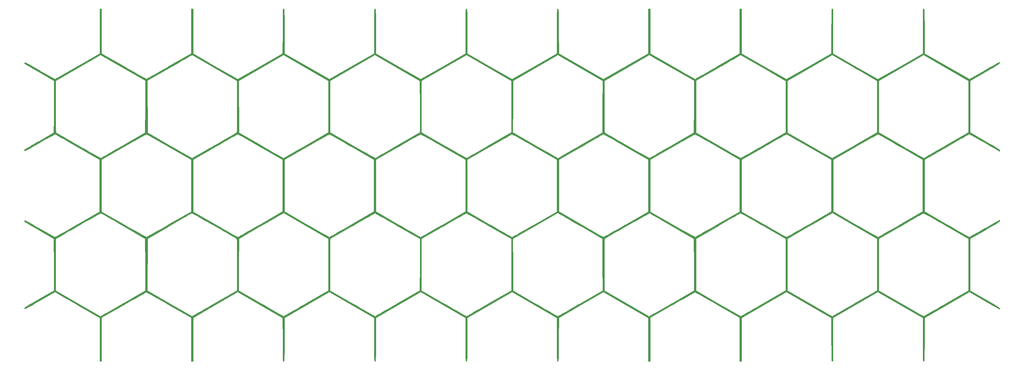
<source format=gts>
G04 #@! TF.GenerationSoftware,KiCad,Pcbnew,(5.0.0)*
G04 #@! TF.CreationDate,2019-01-29T14:29:27-08:00*
G04 #@! TF.ProjectId,UT47.2-Bottom,555434372E322D426F74746F6D2E6B69,rev?*
G04 #@! TF.SameCoordinates,Original*
G04 #@! TF.FileFunction,Soldermask,Top*
G04 #@! TF.FilePolarity,Negative*
%FSLAX46Y46*%
G04 Gerber Fmt 4.6, Leading zero omitted, Abs format (unit mm)*
G04 Created by KiCad (PCBNEW (5.0.0)) date 01/29/19 14:29:27*
%MOMM*%
%LPD*%
G01*
G04 APERTURE LIST*
%ADD10C,0.010000*%
G04 APERTURE END LIST*
D10*
G04 #@! TO.C,G\002A\002A\002A*
G36*
X39943750Y-33930683D02*
X45713070Y-37263258D01*
X46698415Y-37831473D01*
X47633999Y-38369141D01*
X48505272Y-38868017D01*
X49297682Y-39319857D01*
X49996675Y-39716416D01*
X50587701Y-40049450D01*
X51056206Y-40310715D01*
X51387640Y-40491966D01*
X51567449Y-40584959D01*
X51595412Y-40595833D01*
X51699193Y-40547042D01*
X51961430Y-40406164D01*
X52367568Y-40181442D01*
X52903049Y-39881120D01*
X53553318Y-39513440D01*
X54303816Y-39086646D01*
X55139987Y-38608981D01*
X56047275Y-38088688D01*
X57011121Y-37534010D01*
X57476091Y-37265761D01*
X63243750Y-33935690D01*
X63243750Y-22262500D01*
X63743750Y-22262500D01*
X63743750Y-33919901D01*
X69577833Y-37290936D01*
X75411917Y-40661971D01*
X81252833Y-37287114D01*
X87093750Y-33912257D01*
X87119555Y-28087378D01*
X87125117Y-26862807D01*
X87130477Y-25823109D01*
X87136220Y-24953160D01*
X87142931Y-24237837D01*
X87151193Y-23662014D01*
X87161590Y-23210567D01*
X87174707Y-22868371D01*
X87191128Y-22620302D01*
X87211437Y-22451235D01*
X87236219Y-22346046D01*
X87266057Y-22289610D01*
X87301537Y-22266803D01*
X87343241Y-22262501D01*
X87344555Y-22262500D01*
X87386429Y-22266333D01*
X87421981Y-22287917D01*
X87451729Y-22342376D01*
X87476190Y-22444834D01*
X87495881Y-22610417D01*
X87511319Y-22854248D01*
X87523021Y-23191454D01*
X87531505Y-23637157D01*
X87537288Y-24206484D01*
X87540887Y-24914558D01*
X87542819Y-25776505D01*
X87543600Y-26807448D01*
X87543749Y-28022514D01*
X87543750Y-28088142D01*
X87543750Y-33913784D01*
X99231006Y-40660378D01*
X110937472Y-33912500D01*
X110940611Y-28087500D01*
X110941398Y-26862957D01*
X110942687Y-25823288D01*
X110945004Y-24953366D01*
X110948878Y-24238066D01*
X110954837Y-23662261D01*
X110963406Y-23210825D01*
X110975115Y-22868632D01*
X110990490Y-22620556D01*
X111010059Y-22451470D01*
X111034350Y-22346248D01*
X111063889Y-22289764D01*
X111099205Y-22266892D01*
X111140826Y-22262505D01*
X111143750Y-22262500D01*
X111185795Y-22266202D01*
X111221498Y-22287393D01*
X111251382Y-22341199D01*
X111275970Y-22442747D01*
X111295787Y-22607162D01*
X111311357Y-22849571D01*
X111323202Y-23185100D01*
X111331846Y-23628875D01*
X111337814Y-24196023D01*
X111341628Y-24901670D01*
X111343814Y-25760941D01*
X111344893Y-26788964D01*
X111345390Y-28000865D01*
X111345415Y-28087500D01*
X111347081Y-33912500D01*
X117197141Y-37287180D01*
X123047202Y-40661861D01*
X128893707Y-37287180D01*
X134740212Y-33912500D01*
X134741981Y-28087500D01*
X134742480Y-26862958D01*
X134743523Y-25823290D01*
X134745635Y-24953370D01*
X134749339Y-24238070D01*
X134755159Y-23662266D01*
X134763619Y-23210831D01*
X134775244Y-22868638D01*
X134790556Y-22620562D01*
X134810081Y-22451475D01*
X134834341Y-22346253D01*
X134863862Y-22289768D01*
X134899166Y-22266894D01*
X134940778Y-22262505D01*
X134943750Y-22262500D01*
X134985796Y-22266211D01*
X135021504Y-22287429D01*
X135051402Y-22341279D01*
X135076017Y-22442889D01*
X135095876Y-22607384D01*
X135111507Y-22849890D01*
X135123438Y-23185534D01*
X135132195Y-23629442D01*
X135138308Y-24196739D01*
X135142303Y-24902553D01*
X135144707Y-25762009D01*
X135146049Y-26790234D01*
X135146855Y-28002354D01*
X135146902Y-28087500D01*
X135150054Y-33912500D01*
X141005226Y-37286755D01*
X146860399Y-40661010D01*
X152702074Y-37288510D01*
X158543750Y-33916010D01*
X158543750Y-28089255D01*
X158543881Y-26864494D01*
X158544618Y-25824609D01*
X158546480Y-24954479D01*
X158549982Y-24238978D01*
X158555642Y-23662985D01*
X158563977Y-23211375D01*
X158575504Y-22869026D01*
X158590739Y-22620814D01*
X158610200Y-22451617D01*
X158634404Y-22346310D01*
X158663868Y-22289771D01*
X158699108Y-22266877D01*
X158740643Y-22262503D01*
X158742944Y-22262500D01*
X158784841Y-22266490D01*
X158820495Y-22288546D01*
X158850490Y-22343792D01*
X158875411Y-22447354D01*
X158895843Y-22614357D01*
X158912369Y-22859926D01*
X158925573Y-23199188D01*
X158936041Y-23647268D01*
X158944356Y-24219291D01*
X158951103Y-24930382D01*
X158956866Y-25795667D01*
X158962230Y-26830271D01*
X158967778Y-28049321D01*
X158967944Y-28086663D01*
X158993750Y-33910827D01*
X170675230Y-40661495D01*
X182343750Y-33924011D01*
X182343750Y-22262500D01*
X182843750Y-22262500D01*
X182843750Y-33932017D01*
X188611223Y-37263925D01*
X189596450Y-37832124D01*
X190531971Y-38369769D01*
X191403225Y-38868613D01*
X192195653Y-39320410D01*
X192894694Y-39716912D01*
X193485788Y-40049872D01*
X193954374Y-40311044D01*
X194285893Y-40492180D01*
X194465784Y-40585034D01*
X194493750Y-40595833D01*
X194597868Y-40547017D01*
X194860412Y-40406069D01*
X195266821Y-40181236D01*
X195802535Y-39880763D01*
X196452993Y-39512899D01*
X197203636Y-39085890D01*
X198039902Y-38607983D01*
X198947232Y-38087426D01*
X199911067Y-37532464D01*
X200376276Y-37263925D01*
X206143749Y-33932017D01*
X206143750Y-28097258D01*
X206143750Y-22262500D01*
X206643750Y-22262500D01*
X206643750Y-33922937D01*
X212478283Y-37292058D01*
X218312817Y-40661178D01*
X224153283Y-37286002D01*
X229993750Y-33910827D01*
X230019555Y-28086663D01*
X230025117Y-26862172D01*
X230030478Y-25822555D01*
X230036222Y-24952684D01*
X230042933Y-24237436D01*
X230051196Y-23661685D01*
X230061594Y-23210305D01*
X230074713Y-22868170D01*
X230091137Y-22620156D01*
X230111450Y-22451137D01*
X230136236Y-22345988D01*
X230166080Y-22289582D01*
X230201566Y-22266795D01*
X230243278Y-22262501D01*
X230244555Y-22262500D01*
X230286426Y-22266333D01*
X230321976Y-22287915D01*
X230351723Y-22342369D01*
X230376183Y-22444819D01*
X230395874Y-22610388D01*
X230411313Y-22854201D01*
X230423016Y-23191379D01*
X230431501Y-23637048D01*
X230437285Y-24206330D01*
X230440885Y-24914350D01*
X230442817Y-25776230D01*
X230443600Y-26807093D01*
X230443749Y-28022065D01*
X230443750Y-28089022D01*
X230443750Y-33915544D01*
X236285960Y-37287968D01*
X242128171Y-40660391D01*
X247982808Y-37286445D01*
X253837445Y-33912500D01*
X253840597Y-28087500D01*
X253841387Y-26862957D01*
X253842679Y-25823288D01*
X253844998Y-24953366D01*
X253848874Y-24238066D01*
X253854834Y-23662261D01*
X253863404Y-23210825D01*
X253875114Y-22868632D01*
X253890489Y-22620556D01*
X253910059Y-22451470D01*
X253934350Y-22346248D01*
X253963890Y-22289764D01*
X253999206Y-22266892D01*
X254040826Y-22262505D01*
X254043750Y-22262500D01*
X254085795Y-22266202D01*
X254121498Y-22287395D01*
X254151383Y-22341205D01*
X254175973Y-22442757D01*
X254195793Y-22607177D01*
X254211367Y-22849593D01*
X254223218Y-23185130D01*
X254231870Y-23628914D01*
X254237848Y-24196072D01*
X254241675Y-24901731D01*
X254243875Y-25761015D01*
X254244973Y-26789052D01*
X254245492Y-28000968D01*
X254245518Y-28087500D01*
X254247287Y-33912500D01*
X265940983Y-40662258D01*
X269837350Y-38412379D01*
X270642498Y-37948232D01*
X271394189Y-37516390D01*
X272074791Y-37126873D01*
X272666675Y-36789700D01*
X273152212Y-36514893D01*
X273513772Y-36312472D01*
X273733725Y-36192458D01*
X273795688Y-36162500D01*
X273831936Y-36246049D01*
X273825705Y-36387139D01*
X273786942Y-36460632D01*
X273679036Y-36565190D01*
X273488629Y-36709218D01*
X273202363Y-36901117D01*
X272806880Y-37149293D01*
X272288822Y-37462149D01*
X271634830Y-37848088D01*
X270831549Y-38315515D01*
X269971087Y-38812139D01*
X266148425Y-41012500D01*
X266146087Y-47771952D01*
X266143749Y-54531405D01*
X269993749Y-56754741D01*
X270918053Y-57289419D01*
X271683241Y-57734652D01*
X272304034Y-58099897D01*
X272795151Y-58394612D01*
X273171312Y-58628255D01*
X273447235Y-58810283D01*
X273637640Y-58950154D01*
X273757248Y-59057324D01*
X273820776Y-59141252D01*
X273842944Y-59211395D01*
X273843749Y-59228444D01*
X273843749Y-59478811D01*
X273518749Y-59280944D01*
X273135247Y-59050908D01*
X272642062Y-58760410D01*
X272060533Y-58421572D01*
X271411999Y-58046515D01*
X270717799Y-57647360D01*
X269999272Y-57236226D01*
X269277756Y-56825236D01*
X268574590Y-56426511D01*
X267911113Y-56052170D01*
X267308664Y-55714336D01*
X266788581Y-55425128D01*
X266372203Y-55196668D01*
X266080870Y-55041077D01*
X265935918Y-54970475D01*
X265925002Y-54967527D01*
X265818076Y-55017285D01*
X265552875Y-55159280D01*
X265144027Y-55385224D01*
X264606159Y-55686830D01*
X263953896Y-56055811D01*
X263201866Y-56483879D01*
X262364697Y-56962747D01*
X261457014Y-57484128D01*
X260493445Y-58039734D01*
X260043750Y-58299729D01*
X254293750Y-61626904D01*
X254293750Y-75198095D01*
X260043750Y-78525270D01*
X261027769Y-79093620D01*
X261962509Y-79631488D01*
X262833344Y-80130587D01*
X263625647Y-80582630D01*
X264324790Y-80979330D01*
X264916148Y-81312398D01*
X265385092Y-81573549D01*
X265716996Y-81754494D01*
X265897233Y-81846946D01*
X265925002Y-81857472D01*
X266029636Y-81810236D01*
X266286038Y-81674952D01*
X266672869Y-81463739D01*
X267168792Y-81188720D01*
X267752466Y-80862015D01*
X268402554Y-80495744D01*
X269097716Y-80102029D01*
X269816614Y-79692991D01*
X270537909Y-79280750D01*
X271240262Y-78877428D01*
X271902334Y-78495146D01*
X272502787Y-78146023D01*
X273020282Y-77842181D01*
X273433480Y-77595742D01*
X273518750Y-77544055D01*
X273843749Y-77346188D01*
X273843750Y-77595860D01*
X273829717Y-77663918D01*
X273777812Y-77743528D01*
X273673324Y-77844139D01*
X273501544Y-77975201D01*
X273247761Y-78146162D01*
X272897266Y-78366474D01*
X272435348Y-78645583D01*
X271847297Y-78992940D01*
X271118404Y-79417994D01*
X270233957Y-79930195D01*
X269993750Y-80068965D01*
X266143750Y-82292396D01*
X266146087Y-89052448D01*
X266148425Y-95812500D01*
X269971087Y-98012860D01*
X270919961Y-98560704D01*
X271707536Y-99019507D01*
X272347172Y-99397673D01*
X272852227Y-99703605D01*
X273236057Y-99945708D01*
X273512021Y-100132384D01*
X273693477Y-100272037D01*
X273793782Y-100373072D01*
X273825705Y-100437860D01*
X273827475Y-100612337D01*
X273795688Y-100662499D01*
X273698966Y-100614032D01*
X273446828Y-100475308D01*
X273056904Y-100256350D01*
X272546824Y-99967177D01*
X271934216Y-99617810D01*
X271236712Y-99218269D01*
X270471940Y-98778576D01*
X269837350Y-98412620D01*
X265940983Y-96162741D01*
X260094135Y-99537620D01*
X254247287Y-102912500D01*
X254245518Y-108587500D01*
X254245009Y-109794946D01*
X254243932Y-110817718D01*
X254241742Y-111671139D01*
X254237894Y-112370533D01*
X254231843Y-112931227D01*
X254223045Y-113368544D01*
X254210955Y-113697809D01*
X254195027Y-113934346D01*
X254174718Y-114093481D01*
X254149481Y-114190538D01*
X254118773Y-114240842D01*
X254082048Y-114259717D01*
X254043750Y-114262500D01*
X254001194Y-114258723D01*
X253965137Y-114237177D01*
X253935030Y-114182537D01*
X253910325Y-114079478D01*
X253890472Y-113912676D01*
X253874923Y-113666805D01*
X253863130Y-113326543D01*
X253854544Y-112876563D01*
X253848617Y-112301541D01*
X253844799Y-111586152D01*
X253842542Y-110715073D01*
X253841298Y-109672977D01*
X253840597Y-108587500D01*
X253837445Y-102912500D01*
X242128171Y-96164608D01*
X236285960Y-99537031D01*
X230443750Y-102909455D01*
X230443750Y-108585977D01*
X230443613Y-109793620D01*
X230442844Y-110816585D01*
X230440905Y-111670193D01*
X230437258Y-112369767D01*
X230431367Y-112930628D01*
X230422693Y-113368099D01*
X230410699Y-113697500D01*
X230394847Y-113934155D01*
X230374600Y-114093384D01*
X230349419Y-114190509D01*
X230318768Y-114240853D01*
X230282109Y-114259738D01*
X230244575Y-114262500D01*
X230202175Y-114258436D01*
X230166173Y-114236029D01*
X230135963Y-114179955D01*
X230110936Y-114074891D01*
X230090486Y-113905512D01*
X230074004Y-113656494D01*
X230060882Y-113312515D01*
X230050514Y-112858250D01*
X230042291Y-112278375D01*
X230035606Y-111557566D01*
X230029852Y-110680500D01*
X230024419Y-109631854D01*
X230019575Y-108588335D01*
X229993750Y-102914171D01*
X224153283Y-99538996D01*
X218312817Y-96163821D01*
X212478283Y-99532941D01*
X206643749Y-102902062D01*
X206643750Y-108582281D01*
X206643750Y-114262500D01*
X206143750Y-114262500D01*
X206143750Y-102892982D01*
X200376276Y-99561074D01*
X199391049Y-98992875D01*
X198455528Y-98455230D01*
X197584274Y-97956386D01*
X196791846Y-97504589D01*
X196092805Y-97108087D01*
X195501711Y-96775127D01*
X195033125Y-96513955D01*
X194701606Y-96332819D01*
X194521715Y-96239965D01*
X194493750Y-96229166D01*
X194389631Y-96277982D01*
X194127087Y-96418930D01*
X193720678Y-96643763D01*
X193184964Y-96944236D01*
X192534506Y-97312100D01*
X191783863Y-97739109D01*
X190947597Y-98217016D01*
X190040267Y-98737573D01*
X189076432Y-99292535D01*
X188611223Y-99561074D01*
X182843750Y-102892982D01*
X182843750Y-114262500D01*
X182343750Y-114262500D01*
X182343750Y-108581744D01*
X182343749Y-102900988D01*
X176509490Y-99532246D01*
X170675230Y-96163504D01*
X164834490Y-99538838D01*
X158993750Y-102914171D01*
X158967924Y-108588335D01*
X158962286Y-109795732D01*
X158956844Y-110818454D01*
X158950992Y-111671825D01*
X158944121Y-112371169D01*
X158935624Y-112931810D01*
X158924892Y-113369072D01*
X158911320Y-113698277D01*
X158894298Y-113934751D01*
X158873219Y-114093817D01*
X158847476Y-114190799D01*
X158816461Y-114241020D01*
X158779566Y-114259804D01*
X158742924Y-114262500D01*
X158700552Y-114258598D01*
X158664659Y-114236679D01*
X158634708Y-114181421D01*
X158610162Y-114077503D01*
X158590483Y-113909602D01*
X158575133Y-113662398D01*
X158563575Y-113320569D01*
X158555271Y-112868794D01*
X158549684Y-112291750D01*
X158546276Y-111574117D01*
X158544509Y-110700573D01*
X158543846Y-109655796D01*
X158543750Y-108585744D01*
X158543750Y-102908989D01*
X152702074Y-99536489D01*
X146860399Y-96163989D01*
X141005226Y-99538244D01*
X135150054Y-102912500D01*
X135146902Y-108587500D01*
X135146098Y-109794948D01*
X135144770Y-110817720D01*
X135142371Y-111671142D01*
X135138350Y-112370538D01*
X135132160Y-112931232D01*
X135123252Y-113368550D01*
X135111078Y-113697815D01*
X135095088Y-113934353D01*
X135074735Y-114093487D01*
X135049469Y-114190544D01*
X135018742Y-114240846D01*
X134982006Y-114259719D01*
X134943750Y-114262500D01*
X134901195Y-114258731D01*
X134865144Y-114237211D01*
X134835050Y-114182613D01*
X134810370Y-114079614D01*
X134790558Y-113912888D01*
X134775069Y-113667111D01*
X134763359Y-113326958D01*
X134754883Y-112877104D01*
X134749095Y-112302226D01*
X134745452Y-111586997D01*
X134743408Y-110716094D01*
X134742418Y-109674192D01*
X134741981Y-108587500D01*
X134740212Y-102912500D01*
X123047202Y-96163138D01*
X117197141Y-99537819D01*
X111347081Y-102912500D01*
X111345415Y-108587500D01*
X111344928Y-109794946D01*
X111343869Y-110817718D01*
X111341695Y-111671138D01*
X111337860Y-112370533D01*
X111331820Y-112931227D01*
X111323030Y-113368543D01*
X111310946Y-113697808D01*
X111295023Y-113934346D01*
X111274716Y-114093481D01*
X111249482Y-114190538D01*
X111218775Y-114240842D01*
X111182051Y-114259717D01*
X111143750Y-114262500D01*
X111101194Y-114258723D01*
X111065137Y-114237177D01*
X111035031Y-114182538D01*
X111010325Y-114079479D01*
X110990473Y-113912678D01*
X110974925Y-113666808D01*
X110963133Y-113326547D01*
X110954548Y-112876568D01*
X110948621Y-112301547D01*
X110944805Y-111586160D01*
X110942550Y-110715082D01*
X110941309Y-109672989D01*
X110940611Y-108587500D01*
X110937472Y-102912500D01*
X105084239Y-99538560D01*
X99231006Y-96164621D01*
X87543750Y-102911215D01*
X87543750Y-108586857D01*
X87543613Y-109794399D01*
X87542843Y-110817264D01*
X87540904Y-111670775D01*
X87537257Y-112370255D01*
X87531364Y-112931027D01*
X87522688Y-113368415D01*
X87510691Y-113697740D01*
X87494835Y-113934327D01*
X87474583Y-114093498D01*
X87449397Y-114190576D01*
X87418739Y-114240884D01*
X87382071Y-114259746D01*
X87344575Y-114262500D01*
X87302177Y-114258436D01*
X87266177Y-114236031D01*
X87235968Y-114179961D01*
X87210942Y-114074904D01*
X87190492Y-113905536D01*
X87174009Y-113656536D01*
X87160888Y-113312579D01*
X87150519Y-112858343D01*
X87142296Y-112278506D01*
X87135610Y-111557745D01*
X87129856Y-110680736D01*
X87124424Y-109632157D01*
X87119575Y-108587620D01*
X87093750Y-102912740D01*
X81252833Y-99537884D01*
X75411917Y-96163028D01*
X69577833Y-99534063D01*
X63743750Y-102905098D01*
X63743750Y-114262500D01*
X63243750Y-114262500D01*
X63243750Y-102889309D01*
X57476091Y-99559238D01*
X56490836Y-98991337D01*
X55555347Y-98453975D01*
X54684183Y-97955394D01*
X53891900Y-97503839D01*
X53193054Y-97107552D01*
X52602204Y-96774776D01*
X52133905Y-96513754D01*
X51802715Y-96332731D01*
X51623190Y-96239947D01*
X51595412Y-96229166D01*
X51491645Y-96277974D01*
X51229437Y-96418903D01*
X50823338Y-96643708D01*
X50287902Y-96944144D01*
X49637680Y-97311968D01*
X48887224Y-97738935D01*
X48051087Y-98216801D01*
X47143821Y-98737321D01*
X46179978Y-99292251D01*
X45713070Y-99561741D01*
X39943750Y-102894316D01*
X39943750Y-114262500D01*
X39443750Y-114262500D01*
X39443750Y-102900075D01*
X33918750Y-99711041D01*
X32947509Y-99150412D01*
X32021129Y-98615625D01*
X31155219Y-98115693D01*
X30365390Y-97659633D01*
X29667254Y-97256460D01*
X29076421Y-96915189D01*
X28608501Y-96644836D01*
X28279107Y-96454416D01*
X28103848Y-96352944D01*
X28087382Y-96343369D01*
X27781015Y-96164731D01*
X23837382Y-98443636D01*
X22898321Y-98985285D01*
X22117448Y-99432989D01*
X21480549Y-99794178D01*
X20973408Y-100076282D01*
X20581811Y-100286733D01*
X20291542Y-100432960D01*
X20088387Y-100522395D01*
X19958131Y-100562468D01*
X19886559Y-100560609D01*
X19859456Y-100524249D01*
X19859253Y-100523123D01*
X19903718Y-100303637D01*
X19988320Y-100204104D01*
X20107583Y-100129902D01*
X20381340Y-99966894D01*
X20790763Y-99726071D01*
X21317025Y-99418426D01*
X21941298Y-99054952D01*
X22644756Y-98646640D01*
X23408571Y-98204484D01*
X23848504Y-97950317D01*
X27545123Y-95816133D01*
X27519436Y-89031601D01*
X27494243Y-82377117D01*
X27942347Y-82377117D01*
X27968048Y-89089760D01*
X27993750Y-95802403D01*
X39687426Y-102556485D01*
X39990588Y-102379745D01*
X40128846Y-102299663D01*
X40424748Y-102128657D01*
X40862694Y-101875733D01*
X41427082Y-101549896D01*
X42102311Y-101160150D01*
X42872779Y-100715500D01*
X43722884Y-100224952D01*
X44637026Y-99697511D01*
X45599603Y-99142182D01*
X45819438Y-99015363D01*
X51345127Y-95827721D01*
X51345110Y-95823028D01*
X51842374Y-95823028D01*
X57663409Y-99184416D01*
X63484445Y-102545803D01*
X63839097Y-102359163D01*
X63986602Y-102277046D01*
X64291336Y-102103724D01*
X64737495Y-101848296D01*
X65309279Y-101519859D01*
X65990884Y-101127510D01*
X66766508Y-100680348D01*
X67620350Y-100187470D01*
X68536608Y-99657974D01*
X69499478Y-99100957D01*
X69693750Y-98988502D01*
X75175358Y-95815128D01*
X75642376Y-95815128D01*
X81468063Y-99184139D01*
X82456417Y-99754930D01*
X83393669Y-100294701D01*
X84265522Y-100795313D01*
X85057681Y-101248632D01*
X85755850Y-101646519D01*
X86345732Y-101980838D01*
X86813033Y-102243453D01*
X87143456Y-102426226D01*
X87322704Y-102521020D01*
X87351480Y-102532825D01*
X87445733Y-102480710D01*
X87698891Y-102336907D01*
X88096610Y-102109653D01*
X88624544Y-101807180D01*
X89268350Y-101437725D01*
X90013680Y-101009522D01*
X90846192Y-100530806D01*
X91751539Y-100009810D01*
X92715377Y-99454770D01*
X93222657Y-99162500D01*
X99036104Y-95812500D01*
X99043750Y-82300988D01*
X99016295Y-82285135D01*
X99443750Y-82285135D01*
X99445521Y-89048817D01*
X99447292Y-95812500D01*
X105270521Y-99181249D01*
X106258818Y-99752171D01*
X107196181Y-100292099D01*
X108068293Y-100792885D01*
X108860836Y-101246384D01*
X109559493Y-101644448D01*
X110149946Y-101978930D01*
X110617877Y-102241684D01*
X110948968Y-102424564D01*
X111128904Y-102519422D01*
X111158010Y-102531249D01*
X111253371Y-102479361D01*
X111507563Y-102335699D01*
X111906219Y-102108506D01*
X112434975Y-101806022D01*
X113079463Y-101436487D01*
X113825317Y-101008144D01*
X114658172Y-100529232D01*
X115563662Y-100007993D01*
X116527419Y-99452667D01*
X117030643Y-99162500D01*
X122839015Y-95812500D01*
X122841382Y-89052741D01*
X122843749Y-82294316D01*
X123243750Y-82294316D01*
X123246870Y-89053408D01*
X123249991Y-95812500D01*
X129071870Y-99178734D01*
X130060313Y-99749429D01*
X130997975Y-100289201D01*
X131870512Y-100789895D01*
X132663583Y-101243358D01*
X133362845Y-101641436D01*
X133953956Y-101975975D01*
X134422573Y-102238821D01*
X134754355Y-102421821D01*
X134934959Y-102516819D01*
X134964365Y-102528734D01*
X135060804Y-102477235D01*
X135315999Y-102333873D01*
X135715564Y-102106891D01*
X136245113Y-101804535D01*
X136890259Y-101435049D01*
X137636617Y-101006677D01*
X138469799Y-100527663D01*
X139375420Y-100006251D01*
X140339092Y-99450686D01*
X140838503Y-99162500D01*
X146642024Y-95812500D01*
X146642887Y-89047523D01*
X146643747Y-82305838D01*
X147042365Y-82305838D01*
X147068057Y-89059147D01*
X147093750Y-95812456D01*
X152893750Y-99177147D01*
X153879096Y-99748621D01*
X154812744Y-100289832D01*
X155680439Y-100792536D01*
X156467931Y-101248488D01*
X157160965Y-101649445D01*
X157745291Y-101987163D01*
X158206656Y-102253399D01*
X158530807Y-102439907D01*
X158703492Y-102538445D01*
X158728640Y-102552168D01*
X158818855Y-102505221D01*
X159067953Y-102366230D01*
X159461715Y-102143333D01*
X159985923Y-101844670D01*
X160626360Y-101478379D01*
X161368807Y-101052597D01*
X162199047Y-100575463D01*
X163102861Y-100055116D01*
X164066033Y-99499693D01*
X164604327Y-99188909D01*
X170445123Y-95815318D01*
X170419436Y-89031753D01*
X170405820Y-85435801D01*
X170858135Y-85435801D01*
X170859222Y-86360240D01*
X170862158Y-87452136D01*
X170866630Y-88725835D01*
X170868051Y-89100233D01*
X170893750Y-95805705D01*
X182585874Y-102557401D01*
X182889812Y-102380197D01*
X183028193Y-102300013D01*
X183324195Y-102128868D01*
X183762217Y-101875771D01*
X184326659Y-101549731D01*
X185001918Y-101159758D01*
X185772394Y-100714863D01*
X186622486Y-100224053D01*
X187536594Y-99696340D01*
X188499116Y-99140732D01*
X188719438Y-99013561D01*
X194244788Y-95824324D01*
X194742373Y-95824324D01*
X200562428Y-99185564D01*
X206382484Y-102546804D01*
X206738117Y-102359663D01*
X206885798Y-102277456D01*
X207190704Y-102104045D01*
X207637029Y-101848532D01*
X208208967Y-101520014D01*
X208890712Y-101127593D01*
X209666458Y-100680367D01*
X210520401Y-100187436D01*
X211436733Y-99657900D01*
X212399649Y-99100857D01*
X212593750Y-98988502D01*
X218078006Y-95813595D01*
X218542377Y-95813595D01*
X224368063Y-99184336D01*
X225355180Y-99755457D01*
X226289939Y-100296238D01*
X227158184Y-100798491D01*
X227945762Y-101254032D01*
X228638517Y-101654675D01*
X229222295Y-101992234D01*
X229682941Y-102258523D01*
X230006300Y-102445357D01*
X230178218Y-102544549D01*
X230203094Y-102558788D01*
X230288930Y-102510800D01*
X230533549Y-102371056D01*
X230922559Y-102147843D01*
X231441563Y-101849448D01*
X232076166Y-101484159D01*
X232811974Y-101060264D01*
X233634591Y-100586049D01*
X234529622Y-100069803D01*
X235482673Y-99519812D01*
X235853094Y-99305976D01*
X236831741Y-98740735D01*
X237763368Y-98202187D01*
X238632829Y-97699120D01*
X239424977Y-97240319D01*
X240124665Y-96834569D01*
X240716747Y-96490657D01*
X241186076Y-96217368D01*
X241517505Y-96023488D01*
X241695887Y-95917802D01*
X241718750Y-95903671D01*
X241943750Y-95757889D01*
X241943750Y-82302062D01*
X241910830Y-82283052D01*
X242343750Y-82283052D01*
X242345233Y-89047776D01*
X242346717Y-95812500D01*
X248170233Y-99181652D01*
X249158490Y-99752600D01*
X250095766Y-100292545D01*
X250967751Y-100793339D01*
X251760133Y-101246839D01*
X252458602Y-101644898D01*
X253048847Y-101979372D01*
X253516556Y-102242116D01*
X253847419Y-102424984D01*
X254027125Y-102519831D01*
X254056121Y-102531652D01*
X254151163Y-102479709D01*
X254405059Y-102336021D01*
X254803451Y-102108828D01*
X255331978Y-101806368D01*
X255976281Y-101436878D01*
X256721999Y-101008597D01*
X257554774Y-100529764D01*
X258460245Y-100008617D01*
X259424051Y-99453395D01*
X259928686Y-99162500D01*
X265738879Y-95812500D01*
X265741314Y-89052368D01*
X265743750Y-82292236D01*
X259900505Y-78920234D01*
X258746228Y-78254595D01*
X257752328Y-77682793D01*
X256906286Y-77198130D01*
X256195584Y-76793906D01*
X255607703Y-76463424D01*
X255130125Y-76199986D01*
X254750332Y-75996892D01*
X254455804Y-75847446D01*
X254234024Y-75744949D01*
X254072473Y-75682702D01*
X253958633Y-75654007D01*
X253879984Y-75652166D01*
X253825505Y-75669689D01*
X253700417Y-75739745D01*
X253417325Y-75901097D01*
X252991413Y-76145012D01*
X252437867Y-76462760D01*
X251771872Y-76845610D01*
X251008613Y-77284830D01*
X250163276Y-77771691D01*
X249251045Y-78297460D01*
X248287108Y-78853407D01*
X247968750Y-79037098D01*
X242343750Y-82283052D01*
X241910830Y-82283052D01*
X236084847Y-78918870D01*
X230225945Y-75535678D01*
X229859847Y-75742308D01*
X229709904Y-75828080D01*
X229402751Y-76004733D01*
X228954333Y-76263068D01*
X228380598Y-76593885D01*
X227697491Y-76987983D01*
X226920961Y-77436161D01*
X226066954Y-77929220D01*
X225151415Y-78457960D01*
X224190293Y-79013179D01*
X224043750Y-79097848D01*
X218593750Y-82246757D01*
X218568063Y-89030176D01*
X218542377Y-95813595D01*
X218078006Y-95813595D01*
X218093750Y-95804481D01*
X218119409Y-89058490D01*
X218145069Y-82312500D01*
X212287233Y-78929554D01*
X211294463Y-78357904D01*
X210351222Y-77818031D01*
X209471943Y-77317991D01*
X208671062Y-76865839D01*
X207963014Y-76469627D01*
X207362234Y-76137412D01*
X206883156Y-75877247D01*
X206540215Y-75697188D01*
X206347846Y-75605288D01*
X206311573Y-75595187D01*
X206206817Y-75652414D01*
X205943657Y-75801429D01*
X205536765Y-76033799D01*
X205000812Y-76341087D01*
X204350470Y-76714858D01*
X203600410Y-77146678D01*
X202765304Y-77628109D01*
X201859823Y-78150718D01*
X200898638Y-78706068D01*
X200493750Y-78940173D01*
X194793750Y-82236580D01*
X194768061Y-89030452D01*
X194742373Y-95824324D01*
X194244788Y-95824324D01*
X194245126Y-95824129D01*
X194219438Y-89030354D01*
X194193750Y-82236580D01*
X188493750Y-78940173D01*
X187514076Y-78373898D01*
X186584141Y-77836931D01*
X185718614Y-77337706D01*
X184932163Y-76884656D01*
X184239456Y-76486216D01*
X183655162Y-76150820D01*
X183193950Y-75886903D01*
X182870488Y-75702898D01*
X182699445Y-75607239D01*
X182676815Y-75595529D01*
X182576498Y-75637148D01*
X182320630Y-75769169D01*
X181926662Y-75981640D01*
X181412043Y-76264606D01*
X180794222Y-76608117D01*
X180090649Y-77002218D01*
X179318774Y-77436957D01*
X178496046Y-77902380D01*
X177639914Y-78388536D01*
X176767828Y-78885470D01*
X175897238Y-79383230D01*
X175045592Y-79871864D01*
X174230342Y-80341418D01*
X173468935Y-80781939D01*
X172778822Y-81183475D01*
X172177451Y-81536072D01*
X171682274Y-81829778D01*
X171310738Y-82054640D01*
X171080294Y-82200704D01*
X171018051Y-82245488D01*
X170983377Y-82284373D01*
X170953692Y-82347257D01*
X170928681Y-82448486D01*
X170908032Y-82602406D01*
X170891429Y-82823363D01*
X170878560Y-83125703D01*
X170869110Y-83523770D01*
X170862765Y-84031912D01*
X170859211Y-84664473D01*
X170858135Y-85435801D01*
X170405820Y-85435801D01*
X170393750Y-82248188D01*
X164943750Y-79097750D01*
X163977257Y-78539149D01*
X163053965Y-78005691D01*
X162189814Y-77506576D01*
X161400748Y-77051005D01*
X160702710Y-76648176D01*
X160111642Y-76307291D01*
X159643487Y-76037549D01*
X159314188Y-75848149D01*
X159139686Y-75748292D01*
X159127842Y-75741603D01*
X158761935Y-75535892D01*
X147042365Y-82305838D01*
X146643747Y-82305838D01*
X146643750Y-82282547D01*
X140873998Y-78951095D01*
X139887363Y-78382736D01*
X138949395Y-77844976D01*
X138074776Y-77346068D01*
X137278194Y-76894269D01*
X136574331Y-76497834D01*
X135977875Y-76165019D01*
X135503508Y-75904077D01*
X135165917Y-75723266D01*
X134979786Y-75630840D01*
X134948998Y-75620277D01*
X134837930Y-75669263D01*
X134568624Y-75810493D01*
X134155753Y-76035710D01*
X133613992Y-76336654D01*
X132958015Y-76705068D01*
X132202498Y-77132693D01*
X131362115Y-77611271D01*
X130451540Y-78132544D01*
X129485448Y-78688253D01*
X129018750Y-78957614D01*
X123243750Y-82294316D01*
X122843749Y-82294316D01*
X122843750Y-82292982D01*
X117068750Y-78956489D01*
X116081749Y-78387557D01*
X115143423Y-77849209D01*
X114268444Y-77349702D01*
X113471484Y-76897292D01*
X112767217Y-76500237D01*
X112170313Y-76166792D01*
X111695447Y-75905214D01*
X111357289Y-75723760D01*
X111170513Y-75630685D01*
X111139257Y-75619820D01*
X111028303Y-75668650D01*
X110759099Y-75809697D01*
X110346325Y-76034705D01*
X109804661Y-76335417D01*
X109148789Y-76703574D01*
X108393387Y-77130921D01*
X107553138Y-77609200D01*
X106642720Y-78130154D01*
X105676814Y-78685526D01*
X105214257Y-78952389D01*
X99443750Y-82285135D01*
X99016295Y-82285135D01*
X93185124Y-78918177D01*
X87326499Y-75535367D01*
X86960124Y-75742153D01*
X86810131Y-75827952D01*
X86502929Y-76004633D01*
X86054464Y-76262995D01*
X85480684Y-76593836D01*
X84797539Y-76987956D01*
X84020974Y-77436155D01*
X83166938Y-77929230D01*
X82251378Y-78457981D01*
X81290243Y-79013208D01*
X81143750Y-79097848D01*
X75693750Y-82246757D01*
X75668063Y-89030942D01*
X75642376Y-95815128D01*
X75175358Y-95815128D01*
X75193750Y-95804481D01*
X75219448Y-89099621D01*
X75224279Y-87774786D01*
X75227658Y-86635601D01*
X75229272Y-85667721D01*
X75228807Y-84856800D01*
X75225948Y-84188491D01*
X75220382Y-83648448D01*
X75211794Y-83222326D01*
X75199872Y-82895778D01*
X75184299Y-82654458D01*
X75164764Y-82484020D01*
X75140952Y-82370118D01*
X75112548Y-82298407D01*
X75079239Y-82254539D01*
X75069448Y-82245679D01*
X74928433Y-82149504D01*
X74636254Y-81968787D01*
X74210359Y-81713482D01*
X73668199Y-81393544D01*
X73027224Y-81018927D01*
X72304882Y-80599586D01*
X71518625Y-80145476D01*
X70685901Y-79666552D01*
X69824161Y-79172767D01*
X68950855Y-78674078D01*
X68083431Y-78180438D01*
X67239340Y-77701802D01*
X66436031Y-77248125D01*
X65690955Y-76829362D01*
X65021561Y-76455467D01*
X64445299Y-76136396D01*
X63979618Y-75882101D01*
X63641968Y-75702540D01*
X63449800Y-75607665D01*
X63411940Y-75595337D01*
X63307125Y-75652647D01*
X63043917Y-75801762D01*
X62636986Y-76034243D01*
X62101006Y-76341654D01*
X61450646Y-76715555D01*
X60700578Y-77147508D01*
X59865474Y-77629077D01*
X58960004Y-78151821D01*
X57998841Y-78707305D01*
X57593750Y-78941587D01*
X51893750Y-82238828D01*
X51842374Y-95823028D01*
X51345110Y-95823028D01*
X51319438Y-89032167D01*
X51293750Y-82236613D01*
X45693750Y-78992880D01*
X44719797Y-78429022D01*
X43793148Y-77893115D01*
X42928932Y-77393873D01*
X42142276Y-76940007D01*
X41448307Y-76540230D01*
X40862154Y-76203254D01*
X40398945Y-75937791D01*
X40073807Y-75752555D01*
X39901869Y-75656257D01*
X39882069Y-75645840D01*
X39820267Y-75635574D01*
X39719302Y-75654441D01*
X39566819Y-75709090D01*
X39350461Y-75806170D01*
X39057872Y-75952331D01*
X38676696Y-76154222D01*
X38194575Y-76418492D01*
X37599153Y-76751791D01*
X36878075Y-77160769D01*
X36018983Y-77652075D01*
X35009521Y-78232358D01*
X34082069Y-78767028D01*
X33106039Y-79330717D01*
X32175724Y-79868997D01*
X31306538Y-80372886D01*
X30513896Y-80833399D01*
X29813215Y-81241553D01*
X29219908Y-81588366D01*
X28749392Y-81864853D01*
X28417081Y-82062033D01*
X28238391Y-82170920D01*
X28218048Y-82184320D01*
X27942347Y-82377117D01*
X27494243Y-82377117D01*
X27493750Y-82247069D01*
X23700593Y-80053295D01*
X22907057Y-79593981D01*
X22168040Y-79165505D01*
X21501307Y-78778220D01*
X20924623Y-78442479D01*
X20455756Y-78168636D01*
X20112470Y-77967042D01*
X19912531Y-77848050D01*
X19867513Y-77819597D01*
X19848925Y-77701031D01*
X19860669Y-77573558D01*
X19884691Y-77533705D01*
X19949172Y-77526406D01*
X20068549Y-77559190D01*
X20257262Y-77639584D01*
X20529749Y-77775115D01*
X20900451Y-77973312D01*
X21383804Y-78241702D01*
X21994249Y-78587813D01*
X22746223Y-79019172D01*
X23654166Y-79543306D01*
X23793750Y-79624056D01*
X24739572Y-80170044D01*
X25528101Y-80621933D01*
X26174144Y-80987508D01*
X26692509Y-81274555D01*
X27098006Y-81490860D01*
X27405442Y-81644209D01*
X27629625Y-81742387D01*
X27785366Y-81793181D01*
X27887471Y-81804376D01*
X27925833Y-81796584D01*
X28050896Y-81733093D01*
X28333935Y-81578086D01*
X28759791Y-81340171D01*
X29313306Y-81027954D01*
X29979322Y-80650043D01*
X30742682Y-80215048D01*
X31588227Y-79731574D01*
X32500800Y-79208231D01*
X33465242Y-78653625D01*
X33797014Y-78462500D01*
X39436111Y-75212500D01*
X39949854Y-75212500D01*
X45721802Y-78540987D01*
X46863443Y-79197149D01*
X47907149Y-79792624D01*
X48843436Y-80322175D01*
X49662820Y-80780568D01*
X50355814Y-81162566D01*
X50912936Y-81462934D01*
X51324700Y-81676435D01*
X51581621Y-81797833D01*
X51670542Y-81824880D01*
X51785665Y-81768361D01*
X52059008Y-81620091D01*
X52475690Y-81388505D01*
X53020830Y-81082035D01*
X53679548Y-80709116D01*
X54436965Y-80278179D01*
X55278199Y-79797660D01*
X56188371Y-79275990D01*
X57152601Y-78721603D01*
X57543477Y-78496393D01*
X63239621Y-75212500D01*
X63239621Y-61612500D01*
X63752522Y-61612500D01*
X63752578Y-75212500D01*
X69523164Y-78536089D01*
X70509012Y-79102950D01*
X71445086Y-79639365D01*
X72316815Y-80137101D01*
X73109629Y-80587927D01*
X73808958Y-80983609D01*
X74400232Y-81315915D01*
X74868880Y-81576611D01*
X75200332Y-81757467D01*
X75380018Y-81850248D01*
X75407817Y-81861089D01*
X75511738Y-81812519D01*
X75774115Y-81671804D01*
X76180415Y-81447173D01*
X76716104Y-81146855D01*
X77366651Y-80779079D01*
X78117522Y-80352073D01*
X78954184Y-79874068D01*
X79862104Y-79353292D01*
X80826750Y-78797973D01*
X81307817Y-78520322D01*
X87093750Y-75178145D01*
X87093750Y-61646854D01*
X87047130Y-61619914D01*
X87593750Y-61619914D01*
X87593750Y-75205085D01*
X93343750Y-78534416D01*
X94574376Y-79244643D01*
X95675869Y-79875552D01*
X96642544Y-80423996D01*
X97468714Y-80886832D01*
X98148695Y-81260912D01*
X98676801Y-81543093D01*
X99047347Y-81730227D01*
X99254646Y-81819171D01*
X99293750Y-81826223D01*
X99412788Y-81770723D01*
X99689741Y-81623027D01*
X100109689Y-81391578D01*
X100657712Y-81084820D01*
X101318891Y-80711196D01*
X102078306Y-80279151D01*
X102921038Y-79797126D01*
X103832166Y-79273568D01*
X104796772Y-78716918D01*
X105193750Y-78487171D01*
X110893750Y-75185643D01*
X110893750Y-61639356D01*
X110878342Y-61630431D01*
X111393750Y-61630431D01*
X111393750Y-75194568D01*
X117143750Y-78523521D01*
X118128200Y-79092190D01*
X119063874Y-79630210D01*
X119936090Y-80129297D01*
X120730169Y-80581170D01*
X121431428Y-80977544D01*
X122025188Y-81310135D01*
X122496768Y-81570662D01*
X122831488Y-81750840D01*
X123014666Y-81842387D01*
X123043750Y-81852459D01*
X123153921Y-81803535D01*
X123422265Y-81662288D01*
X123834096Y-81436997D01*
X124374731Y-81135945D01*
X125029486Y-80767411D01*
X125783679Y-80339676D01*
X126622624Y-79861021D01*
X127531638Y-79339726D01*
X128496039Y-78784071D01*
X128943750Y-78525270D01*
X134693750Y-75198095D01*
X134693750Y-61638848D01*
X135193750Y-61638848D01*
X135193750Y-75185898D01*
X140943750Y-78517329D01*
X141928145Y-79086453D01*
X142863770Y-79625032D01*
X143735947Y-80124764D01*
X144529997Y-80577353D01*
X145231242Y-80974499D01*
X145825004Y-81307902D01*
X146296606Y-81569265D01*
X146631368Y-81750288D01*
X146814613Y-81842673D01*
X146843750Y-81853118D01*
X146953935Y-81804976D01*
X147222315Y-81664538D01*
X147634200Y-81440067D01*
X148174905Y-81139830D01*
X148829743Y-80772088D01*
X149584027Y-80345108D01*
X150423070Y-79867153D01*
X151332185Y-79346487D01*
X152296685Y-78791376D01*
X152743750Y-78533185D01*
X158493750Y-75208894D01*
X158493750Y-61650752D01*
X158993750Y-61650752D01*
X158993750Y-75174382D01*
X164743750Y-78509580D01*
X165727876Y-79079309D01*
X166663090Y-79618595D01*
X167534738Y-80119123D01*
X168328164Y-80572578D01*
X169028713Y-80970646D01*
X169621730Y-81305012D01*
X170092559Y-81567362D01*
X170426546Y-81749381D01*
X170609034Y-81842753D01*
X170637888Y-81853639D01*
X170747104Y-81806437D01*
X171014739Y-81667215D01*
X171426136Y-81444181D01*
X171966641Y-81145541D01*
X172621599Y-80779504D01*
X173376354Y-80354277D01*
X174216251Y-79878068D01*
X175126636Y-79359084D01*
X176092852Y-78805533D01*
X176559065Y-78537500D01*
X182336104Y-75212500D01*
X182848610Y-75212500D01*
X188621180Y-78541346D01*
X189752270Y-79191437D01*
X190788978Y-79782924D01*
X191721411Y-80310344D01*
X192539680Y-80768236D01*
X193233893Y-81151138D01*
X193794159Y-81453591D01*
X194210588Y-81670131D01*
X194473288Y-81795298D01*
X194569241Y-81825579D01*
X194684137Y-81769060D01*
X194957261Y-81620798D01*
X195373738Y-81389223D01*
X195918693Y-81082768D01*
X196577250Y-80709865D01*
X197334536Y-80278945D01*
X198175673Y-79798442D01*
X199085789Y-79276787D01*
X200050007Y-78722412D01*
X200441711Y-78496733D01*
X206138689Y-75212500D01*
X206138689Y-61612500D01*
X206651596Y-61612500D01*
X206651676Y-75212500D01*
X212422713Y-78535904D01*
X213408618Y-79102725D01*
X214344747Y-79639108D01*
X215216529Y-80136821D01*
X216009394Y-80587633D01*
X216708772Y-80983310D01*
X217300091Y-81315622D01*
X217768782Y-81576336D01*
X218100275Y-81757219D01*
X218279998Y-81850041D01*
X218307817Y-81860904D01*
X218411738Y-81812366D01*
X218674114Y-81671681D01*
X219080412Y-81447078D01*
X219616101Y-81146786D01*
X220266646Y-80779033D01*
X221017514Y-80352047D01*
X221854174Y-79874058D01*
X222762093Y-79353293D01*
X223726736Y-78797981D01*
X224207817Y-78520322D01*
X229993750Y-75178145D01*
X229993750Y-61646854D01*
X229945835Y-61619176D01*
X230493750Y-61619176D01*
X230493750Y-75205823D01*
X236243750Y-78535383D01*
X237491014Y-79255271D01*
X238603072Y-79892263D01*
X239575026Y-80443647D01*
X240401974Y-80906715D01*
X241079019Y-81278757D01*
X241601259Y-81557062D01*
X241963795Y-81738920D01*
X242161729Y-81821622D01*
X242193750Y-81826325D01*
X242312796Y-81770644D01*
X242589768Y-81622792D01*
X243009745Y-81391213D01*
X243557805Y-81084353D01*
X244219027Y-80710658D01*
X244978490Y-80278573D01*
X245821273Y-79796542D01*
X246732453Y-79273013D01*
X247697111Y-78716430D01*
X248093750Y-78486929D01*
X253793750Y-75186151D01*
X253793750Y-61638848D01*
X248093750Y-58338070D01*
X247111913Y-57770652D01*
X246177598Y-57232917D01*
X245305726Y-56733310D01*
X244511217Y-56280276D01*
X243808993Y-55882262D01*
X243213976Y-55547712D01*
X242741086Y-55285073D01*
X242405245Y-55102789D01*
X242221374Y-55009306D01*
X242193750Y-54998674D01*
X242063155Y-55040879D01*
X241765994Y-55183326D01*
X241307166Y-55423306D01*
X240691570Y-55758108D01*
X239924106Y-56185024D01*
X239009674Y-56701341D01*
X237953173Y-57304352D01*
X236759503Y-57991345D01*
X236243750Y-58289616D01*
X230493750Y-61619176D01*
X229945835Y-61619176D01*
X224207817Y-58304677D01*
X223221198Y-57735672D01*
X222284476Y-57197197D01*
X221412164Y-56697482D01*
X220618775Y-56244757D01*
X219918819Y-55847253D01*
X219326809Y-55513200D01*
X218857259Y-55250827D01*
X218524679Y-55068367D01*
X218343582Y-54974048D01*
X218314667Y-54962500D01*
X218211830Y-55011162D01*
X217950369Y-55151673D01*
X217544826Y-55375815D01*
X217009746Y-55675372D01*
X216359672Y-56042127D01*
X215609147Y-56467862D01*
X214772714Y-56944362D01*
X213864917Y-57463409D01*
X212900300Y-58016788D01*
X212429523Y-58287500D01*
X206651596Y-61612500D01*
X206138689Y-61612500D01*
X200416219Y-58312947D01*
X199432224Y-57747287D01*
X198495764Y-57212258D01*
X197621740Y-56716161D01*
X196825050Y-56267296D01*
X196120594Y-55873964D01*
X195523270Y-55544466D01*
X195047978Y-55287102D01*
X194709617Y-55110173D01*
X194523085Y-55021979D01*
X194493750Y-55013395D01*
X194374723Y-55062255D01*
X194097674Y-55203302D01*
X193677499Y-55428234D01*
X193129099Y-55728752D01*
X192467372Y-56096554D01*
X191707217Y-56523340D01*
X190863534Y-57000809D01*
X189951222Y-57520661D01*
X188985179Y-58074595D01*
X188571280Y-58312947D01*
X182848810Y-61612500D01*
X182848610Y-75212500D01*
X182336104Y-75212500D01*
X182336104Y-61612500D01*
X176559065Y-58287500D01*
X175572741Y-57720731D01*
X174636338Y-57184421D01*
X173764402Y-56686789D01*
X172971484Y-56236053D01*
X172272129Y-55840431D01*
X171680887Y-55508143D01*
X171212306Y-55247407D01*
X170880932Y-55066441D01*
X170701315Y-54973465D01*
X170673435Y-54962500D01*
X170570473Y-55011327D01*
X170309051Y-55152320D01*
X169903682Y-55377244D01*
X169368880Y-55677865D01*
X168719158Y-56045948D01*
X167969029Y-56473259D01*
X167133008Y-56951564D01*
X166225607Y-57472627D01*
X165261339Y-58028215D01*
X164779296Y-58306626D01*
X158993750Y-61650752D01*
X158493750Y-61650752D01*
X158493750Y-61616105D01*
X152743750Y-58287995D01*
X151495519Y-57567863D01*
X150382839Y-56930797D01*
X149410569Y-56379482D01*
X148583564Y-55916603D01*
X147906683Y-55544846D01*
X147384783Y-55266896D01*
X147022720Y-55085438D01*
X146825354Y-55003158D01*
X146793750Y-54998589D01*
X146674703Y-55054284D01*
X146397730Y-55202151D01*
X145977753Y-55433743D01*
X145429692Y-55740614D01*
X144768469Y-56114320D01*
X144009005Y-56546415D01*
X143166222Y-57028452D01*
X142255040Y-57551987D01*
X141290381Y-58108573D01*
X140893750Y-58338070D01*
X135193750Y-61638848D01*
X134693750Y-61638848D01*
X134693750Y-61626904D01*
X128943750Y-58299729D01*
X127959234Y-57731325D01*
X127023502Y-57193559D01*
X126151239Y-56694709D01*
X125357127Y-56243057D01*
X124655850Y-55846883D01*
X124062093Y-55514468D01*
X123590538Y-55254093D01*
X123255869Y-55074037D01*
X123072771Y-54982582D01*
X123043750Y-54972540D01*
X122933591Y-55021479D01*
X122665281Y-55162779D01*
X122253501Y-55388156D01*
X121712931Y-55689328D01*
X121058253Y-56058011D01*
X120304146Y-56485922D01*
X119465291Y-56964778D01*
X118556370Y-57486295D01*
X117592063Y-58042191D01*
X117143750Y-58301478D01*
X111393750Y-61630431D01*
X110878342Y-61630431D01*
X105193750Y-58337828D01*
X104211950Y-57770318D01*
X103277668Y-57232527D01*
X102405822Y-56732896D01*
X101611332Y-56279871D01*
X100909118Y-55881895D01*
X100314099Y-55547411D01*
X99841195Y-55284863D01*
X99505325Y-55102694D01*
X99321409Y-55009349D01*
X99293750Y-54998776D01*
X99163931Y-55041208D01*
X98868236Y-55183287D01*
X98412349Y-55421867D01*
X97801956Y-55753803D01*
X97042741Y-56175950D01*
X96140391Y-56685162D01*
X95100591Y-57278294D01*
X93929027Y-57952200D01*
X93343750Y-58290583D01*
X87593750Y-61619914D01*
X87047130Y-61619914D01*
X81293750Y-58295256D01*
X80124787Y-57620586D01*
X79116436Y-57040671D01*
X78256803Y-56549067D01*
X77533993Y-56139328D01*
X76936111Y-55805009D01*
X76451262Y-55539666D01*
X76067553Y-55336852D01*
X75773088Y-55190125D01*
X75555973Y-55093038D01*
X75404313Y-55039146D01*
X75306214Y-55022005D01*
X75263958Y-55028079D01*
X75139296Y-55091611D01*
X74856631Y-55246631D01*
X74431115Y-55484534D01*
X73877897Y-55796715D01*
X73212126Y-56174570D01*
X72448953Y-56609492D01*
X71603528Y-57092879D01*
X70690999Y-57616124D01*
X69726517Y-58170623D01*
X69393345Y-58362500D01*
X63752522Y-61612500D01*
X63239621Y-61612500D01*
X57516685Y-58312773D01*
X56532650Y-57747114D01*
X55596151Y-57212100D01*
X54722086Y-56716030D01*
X53925354Y-56267201D01*
X53220852Y-55873914D01*
X52623481Y-55544466D01*
X52148137Y-55287157D01*
X51809719Y-55110284D01*
X51623126Y-55022147D01*
X51593750Y-55013586D01*
X51474721Y-55062539D01*
X51197668Y-55203673D01*
X50777490Y-55428687D01*
X50229089Y-55729277D01*
X49567363Y-56097141D01*
X48807214Y-56523977D01*
X47963541Y-57001481D01*
X47051244Y-57521352D01*
X46085225Y-58075287D01*
X45671895Y-58313312D01*
X39950040Y-61612500D01*
X39949854Y-75212500D01*
X39436111Y-75212500D01*
X39436111Y-61612500D01*
X33797014Y-58362500D01*
X32818596Y-57799353D01*
X31886974Y-57264587D01*
X31017305Y-56766809D01*
X30224748Y-56314629D01*
X29524461Y-55916652D01*
X28931602Y-55581488D01*
X28461328Y-55317744D01*
X28128797Y-55134027D01*
X27949169Y-55038945D01*
X27925833Y-55028415D01*
X27846729Y-55021303D01*
X27722063Y-55049546D01*
X27537025Y-55120928D01*
X27276808Y-55243237D01*
X26926602Y-55424258D01*
X26471600Y-55671777D01*
X25896993Y-55993579D01*
X25187972Y-56397451D01*
X24329730Y-56891178D01*
X23793750Y-57200943D01*
X22862948Y-57738590D01*
X22090126Y-58182414D01*
X21460843Y-58539941D01*
X20960662Y-58818700D01*
X20575143Y-59026218D01*
X20289848Y-59170022D01*
X20090337Y-59257641D01*
X19962173Y-59296602D01*
X19890915Y-59294432D01*
X19862126Y-59258660D01*
X19860669Y-59251441D01*
X19850498Y-59067407D01*
X19867513Y-59005402D01*
X19959731Y-58948550D01*
X20207388Y-58802050D01*
X20592717Y-58576253D01*
X21097953Y-58281513D01*
X21705330Y-57928184D01*
X22397083Y-57526617D01*
X23155445Y-57087165D01*
X23700593Y-56771704D01*
X27493750Y-54577930D01*
X27506426Y-51229719D01*
X27960214Y-51229719D01*
X27962111Y-52059113D01*
X27966639Y-52742269D01*
X27974023Y-53292625D01*
X27984489Y-53723621D01*
X27998263Y-54048695D01*
X28015570Y-54281286D01*
X28036636Y-54434832D01*
X28061687Y-54522771D01*
X28082624Y-54553267D01*
X28225401Y-54649945D01*
X28519336Y-54831452D01*
X28946952Y-55087790D01*
X29490773Y-55408965D01*
X30133321Y-55784981D01*
X30857119Y-56205844D01*
X31644690Y-56661558D01*
X32478557Y-57142128D01*
X33341242Y-57637559D01*
X34215268Y-58137856D01*
X35083159Y-58633022D01*
X35927437Y-59113064D01*
X36730625Y-59567986D01*
X37475246Y-59987793D01*
X38143823Y-60362489D01*
X38718878Y-60682079D01*
X39182934Y-60936569D01*
X39518514Y-61115963D01*
X39708142Y-61210265D01*
X39743750Y-61222277D01*
X39854072Y-61167242D01*
X40122571Y-61020163D01*
X40534483Y-60789458D01*
X41075044Y-60483543D01*
X41729493Y-60110834D01*
X42483065Y-59679747D01*
X43320998Y-59198698D01*
X44228528Y-58676103D01*
X45190892Y-58120379D01*
X45593750Y-57887304D01*
X51293750Y-54587724D01*
X51319438Y-47792501D01*
X51345109Y-41001902D01*
X51842374Y-41001902D01*
X51893750Y-54585918D01*
X57643750Y-57917338D01*
X58626225Y-58485964D01*
X59558159Y-59024180D01*
X60425086Y-59523705D01*
X61212538Y-59976257D01*
X61906046Y-60373555D01*
X62491143Y-60707319D01*
X62953362Y-60969267D01*
X63278235Y-61151117D01*
X63451294Y-61244590D01*
X63475936Y-61255629D01*
X63574507Y-61208138D01*
X63831593Y-61068768D01*
X64232597Y-60845797D01*
X64762918Y-60547501D01*
X65407958Y-60182159D01*
X66153118Y-59758048D01*
X66983799Y-59283444D01*
X67885402Y-58766627D01*
X68843328Y-58215872D01*
X69225936Y-57995451D01*
X70205725Y-57429964D01*
X71137165Y-56890996D01*
X72005299Y-56387290D01*
X72795169Y-55927592D01*
X73491817Y-55520645D01*
X74080286Y-55175194D01*
X74545619Y-54899983D01*
X74872857Y-54703757D01*
X75047043Y-54595258D01*
X75069448Y-54579320D01*
X75104123Y-54540473D01*
X75133810Y-54477623D01*
X75158821Y-54376424D01*
X75179470Y-54222530D01*
X75196073Y-54001596D01*
X75208942Y-53699274D01*
X75218392Y-53301220D01*
X75224736Y-52793087D01*
X75228289Y-52160529D01*
X75229365Y-51389200D01*
X75228277Y-50464754D01*
X75225339Y-49372845D01*
X75220866Y-48099127D01*
X75219448Y-47725331D01*
X75193750Y-41020424D01*
X75175332Y-41009782D01*
X75642376Y-41009782D01*
X75693750Y-54578304D01*
X81443750Y-57911448D01*
X82426398Y-58480434D01*
X83358712Y-59019047D01*
X84226202Y-59518996D01*
X85014378Y-59971987D01*
X85708751Y-60369729D01*
X86294831Y-60703930D01*
X86758129Y-60966297D01*
X87084155Y-61148539D01*
X87258421Y-61242362D01*
X87283620Y-61253546D01*
X87383300Y-61206303D01*
X87641613Y-61066914D01*
X88044164Y-60843544D01*
X88576559Y-60544355D01*
X89224403Y-60177512D01*
X89973302Y-59751176D01*
X90808862Y-59273513D01*
X91716689Y-58752686D01*
X92682389Y-58196858D01*
X93208620Y-57893255D01*
X99015310Y-54540432D01*
X99443750Y-54540432D01*
X105267483Y-57903057D01*
X106257887Y-58472983D01*
X107199275Y-59010957D01*
X108077107Y-59508909D01*
X108876840Y-59958767D01*
X109583933Y-60352459D01*
X110183842Y-60681914D01*
X110662027Y-60939059D01*
X111003944Y-61115823D01*
X111195053Y-61204136D01*
X111229847Y-61212485D01*
X111338201Y-61154507D01*
X111604975Y-61004794D01*
X112015474Y-60771765D01*
X112555001Y-60463840D01*
X113208862Y-60089438D01*
X113962360Y-59656978D01*
X114800801Y-59174881D01*
X115709488Y-58651566D01*
X116673725Y-58095452D01*
X117106113Y-57845825D01*
X122843750Y-54532363D01*
X122843750Y-54531078D01*
X123243750Y-54531078D01*
X129068750Y-57896656D01*
X130154431Y-58521863D01*
X131161474Y-59097661D01*
X132078333Y-59617651D01*
X132893460Y-60075437D01*
X133595309Y-60464621D01*
X134172332Y-60778807D01*
X134612984Y-61011598D01*
X134905718Y-61156597D01*
X135038986Y-61207406D01*
X135043750Y-61206857D01*
X135154123Y-61148495D01*
X135422868Y-60998430D01*
X135835233Y-60765099D01*
X136376465Y-60456939D01*
X137031812Y-60082387D01*
X137786523Y-59649879D01*
X138625844Y-59167851D01*
X139535023Y-58644742D01*
X140499309Y-58088987D01*
X140918750Y-57846966D01*
X146643750Y-54542452D01*
X146643747Y-54518985D01*
X147042365Y-54518985D01*
X152868057Y-57888079D01*
X153856841Y-58459391D01*
X154794724Y-59000288D01*
X155667377Y-59502570D01*
X156460469Y-59958035D01*
X157159669Y-60358485D01*
X157750646Y-60695717D01*
X158219071Y-60961532D01*
X158550613Y-61147729D01*
X158730940Y-61246107D01*
X158760221Y-61259837D01*
X158855904Y-61211526D01*
X159110241Y-61071143D01*
X159508847Y-60846901D01*
X160037337Y-60547015D01*
X160681324Y-60179696D01*
X161426424Y-59753158D01*
X162258250Y-59275615D01*
X163162418Y-58755280D01*
X164124541Y-58200367D01*
X164610221Y-57919804D01*
X170393750Y-54577108D01*
X170406545Y-51197694D01*
X170859532Y-51197694D01*
X170860915Y-52019003D01*
X170864831Y-52695825D01*
X170871531Y-53242036D01*
X170881270Y-53671512D01*
X170894300Y-53998130D01*
X170910874Y-54235767D01*
X170931245Y-54398299D01*
X170955666Y-54499603D01*
X170984389Y-54553556D01*
X170992578Y-54561527D01*
X171136579Y-54659195D01*
X171431629Y-54841548D01*
X171860236Y-55098587D01*
X172404910Y-55420316D01*
X173048163Y-55796737D01*
X173772504Y-56217852D01*
X174560444Y-56673664D01*
X175394492Y-57154175D01*
X176257159Y-57649387D01*
X177130956Y-58149303D01*
X177998391Y-58643926D01*
X178841976Y-59123257D01*
X179644220Y-59577299D01*
X180387635Y-59996055D01*
X181054729Y-60369527D01*
X181628013Y-60687716D01*
X182089998Y-60940627D01*
X182423193Y-61118261D01*
X182610109Y-61210620D01*
X182643750Y-61221614D01*
X182754071Y-61166444D01*
X183022567Y-61019230D01*
X183434474Y-60788391D01*
X183975030Y-60482347D01*
X184629472Y-60109515D01*
X185383037Y-59678315D01*
X186220962Y-59197165D01*
X187128484Y-58674484D01*
X188090841Y-58118691D01*
X188493750Y-57885561D01*
X194193750Y-54585663D01*
X194219438Y-47793266D01*
X194245126Y-41000870D01*
X194742373Y-41000870D01*
X194768061Y-47794532D01*
X194793750Y-54588193D01*
X200543750Y-57918731D01*
X201526237Y-58487216D01*
X202458165Y-59025289D01*
X203325067Y-59524673D01*
X204112474Y-59977088D01*
X204805921Y-60374256D01*
X205390939Y-60707898D01*
X205853062Y-60969735D01*
X206177823Y-61151488D01*
X206350755Y-61244877D01*
X206375330Y-61255884D01*
X206473575Y-61208246D01*
X206730502Y-61068483D01*
X207131754Y-60844757D01*
X207662972Y-60545228D01*
X208309801Y-60178059D01*
X209057881Y-59751410D01*
X209892856Y-59273443D01*
X210800368Y-58752320D01*
X211766060Y-58196201D01*
X212300990Y-57887500D01*
X218145069Y-54512500D01*
X218119409Y-47765485D01*
X218093750Y-41018470D01*
X218081303Y-41011280D01*
X218542377Y-41011280D01*
X218568063Y-47794792D01*
X218593750Y-54578304D01*
X224343750Y-57911448D01*
X225326383Y-58480430D01*
X226258667Y-59019039D01*
X227126114Y-59518984D01*
X227914237Y-59971974D01*
X228608547Y-60369715D01*
X229194557Y-60703916D01*
X229657779Y-60966285D01*
X229983726Y-61148530D01*
X230157909Y-61242359D01*
X230183071Y-61253546D01*
X230282656Y-61206301D01*
X230540873Y-61066907D01*
X230943331Y-60843528D01*
X231475640Y-60544326D01*
X232123407Y-60177465D01*
X232872241Y-59751108D01*
X233707751Y-59273418D01*
X234615545Y-58752559D01*
X235581231Y-58196694D01*
X236108071Y-57892718D01*
X241908939Y-54543038D01*
X242343750Y-54543038D01*
X248164017Y-57902769D01*
X249152035Y-58472690D01*
X250088670Y-59012180D01*
X250959630Y-59513055D01*
X251750623Y-59967135D01*
X252447354Y-60366238D01*
X253035533Y-60702181D01*
X253500865Y-60966784D01*
X253829059Y-61151865D01*
X254005822Y-61249241D01*
X254033134Y-61262500D01*
X254125786Y-61213809D01*
X254377303Y-61073188D01*
X254773403Y-60848808D01*
X255299805Y-60548841D01*
X255942227Y-60181462D01*
X256686390Y-59754842D01*
X257518011Y-59277154D01*
X258422811Y-58756572D01*
X259386507Y-58201267D01*
X259912866Y-57897631D01*
X265743750Y-54532763D01*
X265741162Y-47772631D01*
X265738574Y-41012500D01*
X259885090Y-37639463D01*
X254031605Y-34266427D01*
X248189155Y-37639463D01*
X242346705Y-41012500D01*
X242345227Y-47777769D01*
X242343750Y-54543038D01*
X241908939Y-54543038D01*
X241943750Y-54522937D01*
X241943750Y-41067110D01*
X241718750Y-40921328D01*
X241594864Y-40847058D01*
X241312875Y-40681661D01*
X240887935Y-40433925D01*
X240335194Y-40112639D01*
X239669804Y-39726590D01*
X238906916Y-39284568D01*
X238061680Y-38795359D01*
X237149249Y-38267753D01*
X236184773Y-37710538D01*
X235856025Y-37520716D01*
X230218301Y-34265885D01*
X224380339Y-37638583D01*
X218542377Y-41011280D01*
X218081303Y-41011280D01*
X212248796Y-37642380D01*
X206403843Y-34266290D01*
X206098796Y-34444148D01*
X205960216Y-34524449D01*
X205664018Y-34695709D01*
X205225809Y-34948916D01*
X204661194Y-35275059D01*
X203985776Y-35665125D01*
X203215161Y-36110102D01*
X202364954Y-36600979D01*
X201450760Y-37128743D01*
X200488183Y-37684382D01*
X200268061Y-37811438D01*
X194742373Y-41000870D01*
X194245126Y-41000870D01*
X188719438Y-37811438D01*
X187748222Y-37250824D01*
X186821931Y-36716090D01*
X185956167Y-36216244D01*
X185166529Y-35760297D01*
X184468619Y-35357258D01*
X183878038Y-35016137D01*
X183410386Y-34745943D01*
X183081265Y-34555686D01*
X182906276Y-34454376D01*
X182889812Y-34444802D01*
X182585874Y-34267598D01*
X170893750Y-41019294D01*
X170868050Y-47728072D01*
X170863353Y-49066104D01*
X170860429Y-50218019D01*
X170859532Y-51197694D01*
X170406545Y-51197694D01*
X170419436Y-47793394D01*
X170445123Y-41009681D01*
X164607569Y-37637963D01*
X158770014Y-34266245D01*
X152931882Y-37639496D01*
X147093750Y-41012748D01*
X147068057Y-47765866D01*
X147042365Y-54518985D01*
X146643747Y-54518985D01*
X146641818Y-41012500D01*
X140797690Y-37639407D01*
X134953561Y-34266315D01*
X129101794Y-37639407D01*
X123250027Y-41012500D01*
X123246888Y-47771789D01*
X123243750Y-54531078D01*
X122843750Y-54531078D01*
X122841241Y-47772431D01*
X122838732Y-41012500D01*
X116987193Y-37639160D01*
X111135654Y-34265821D01*
X105291470Y-37639160D01*
X99447287Y-41012500D01*
X99445518Y-47776466D01*
X99443750Y-54540432D01*
X99015310Y-54540432D01*
X99043750Y-54524011D01*
X99039746Y-47768255D01*
X99035743Y-41012500D01*
X93178383Y-37639998D01*
X87321024Y-34267497D01*
X81481700Y-37638639D01*
X75642376Y-41009782D01*
X75175332Y-41009782D01*
X69348904Y-37643293D01*
X63504058Y-34266163D01*
X63198904Y-34444738D01*
X63060302Y-34525163D01*
X62764080Y-34696540D01*
X62325844Y-34949853D01*
X61761200Y-35276089D01*
X61085754Y-35666234D01*
X60315112Y-36111274D01*
X59464879Y-36602195D01*
X58550661Y-37129983D01*
X57588065Y-37685625D01*
X57368062Y-37812607D01*
X51842374Y-41001902D01*
X51345109Y-41001902D01*
X51345127Y-40997278D01*
X45819438Y-37809636D01*
X44848182Y-37249313D01*
X43921879Y-36714868D01*
X43056131Y-36215306D01*
X42266540Y-35759634D01*
X41568706Y-35356855D01*
X40978231Y-35015976D01*
X40510717Y-34746000D01*
X40181764Y-34555934D01*
X40006975Y-34454782D01*
X39990588Y-34445254D01*
X39687426Y-34268514D01*
X27993750Y-41022596D01*
X27968050Y-47729723D01*
X27963409Y-49078462D01*
X27960722Y-50240648D01*
X27960214Y-51229719D01*
X27506426Y-51229719D01*
X27519436Y-47793398D01*
X27545123Y-41008866D01*
X23848504Y-38874682D01*
X23059471Y-38418570D01*
X22320419Y-37990246D01*
X21650174Y-37600699D01*
X21067564Y-37260924D01*
X20591417Y-36981913D01*
X20240559Y-36774657D01*
X20033818Y-36650150D01*
X19988320Y-36620895D01*
X19867618Y-36432132D01*
X19859253Y-36301876D01*
X19885541Y-36264844D01*
X19955986Y-36262150D01*
X20084805Y-36301224D01*
X20286210Y-36389498D01*
X20574418Y-36534402D01*
X20963643Y-36743366D01*
X21468100Y-37023821D01*
X22102005Y-37383198D01*
X22879571Y-37828927D01*
X23815014Y-38368438D01*
X23837382Y-38381363D01*
X27781015Y-40660268D01*
X28087382Y-40481630D01*
X28226203Y-40401188D01*
X28522634Y-40229789D01*
X28961066Y-39976451D01*
X29525887Y-39650188D01*
X30201486Y-39260015D01*
X30972253Y-38814949D01*
X31822576Y-38324004D01*
X32736846Y-37796195D01*
X33699450Y-37240540D01*
X33918749Y-37113958D01*
X39443749Y-33924924D01*
X39443749Y-28093712D01*
X39443750Y-22262500D01*
X39943750Y-22262500D01*
X39943750Y-33930683D01*
X39943750Y-33930683D01*
G37*
X39943750Y-33930683D02*
X45713070Y-37263258D01*
X46698415Y-37831473D01*
X47633999Y-38369141D01*
X48505272Y-38868017D01*
X49297682Y-39319857D01*
X49996675Y-39716416D01*
X50587701Y-40049450D01*
X51056206Y-40310715D01*
X51387640Y-40491966D01*
X51567449Y-40584959D01*
X51595412Y-40595833D01*
X51699193Y-40547042D01*
X51961430Y-40406164D01*
X52367568Y-40181442D01*
X52903049Y-39881120D01*
X53553318Y-39513440D01*
X54303816Y-39086646D01*
X55139987Y-38608981D01*
X56047275Y-38088688D01*
X57011121Y-37534010D01*
X57476091Y-37265761D01*
X63243750Y-33935690D01*
X63243750Y-22262500D01*
X63743750Y-22262500D01*
X63743750Y-33919901D01*
X69577833Y-37290936D01*
X75411917Y-40661971D01*
X81252833Y-37287114D01*
X87093750Y-33912257D01*
X87119555Y-28087378D01*
X87125117Y-26862807D01*
X87130477Y-25823109D01*
X87136220Y-24953160D01*
X87142931Y-24237837D01*
X87151193Y-23662014D01*
X87161590Y-23210567D01*
X87174707Y-22868371D01*
X87191128Y-22620302D01*
X87211437Y-22451235D01*
X87236219Y-22346046D01*
X87266057Y-22289610D01*
X87301537Y-22266803D01*
X87343241Y-22262501D01*
X87344555Y-22262500D01*
X87386429Y-22266333D01*
X87421981Y-22287917D01*
X87451729Y-22342376D01*
X87476190Y-22444834D01*
X87495881Y-22610417D01*
X87511319Y-22854248D01*
X87523021Y-23191454D01*
X87531505Y-23637157D01*
X87537288Y-24206484D01*
X87540887Y-24914558D01*
X87542819Y-25776505D01*
X87543600Y-26807448D01*
X87543749Y-28022514D01*
X87543750Y-28088142D01*
X87543750Y-33913784D01*
X99231006Y-40660378D01*
X110937472Y-33912500D01*
X110940611Y-28087500D01*
X110941398Y-26862957D01*
X110942687Y-25823288D01*
X110945004Y-24953366D01*
X110948878Y-24238066D01*
X110954837Y-23662261D01*
X110963406Y-23210825D01*
X110975115Y-22868632D01*
X110990490Y-22620556D01*
X111010059Y-22451470D01*
X111034350Y-22346248D01*
X111063889Y-22289764D01*
X111099205Y-22266892D01*
X111140826Y-22262505D01*
X111143750Y-22262500D01*
X111185795Y-22266202D01*
X111221498Y-22287393D01*
X111251382Y-22341199D01*
X111275970Y-22442747D01*
X111295787Y-22607162D01*
X111311357Y-22849571D01*
X111323202Y-23185100D01*
X111331846Y-23628875D01*
X111337814Y-24196023D01*
X111341628Y-24901670D01*
X111343814Y-25760941D01*
X111344893Y-26788964D01*
X111345390Y-28000865D01*
X111345415Y-28087500D01*
X111347081Y-33912500D01*
X117197141Y-37287180D01*
X123047202Y-40661861D01*
X128893707Y-37287180D01*
X134740212Y-33912500D01*
X134741981Y-28087500D01*
X134742480Y-26862958D01*
X134743523Y-25823290D01*
X134745635Y-24953370D01*
X134749339Y-24238070D01*
X134755159Y-23662266D01*
X134763619Y-23210831D01*
X134775244Y-22868638D01*
X134790556Y-22620562D01*
X134810081Y-22451475D01*
X134834341Y-22346253D01*
X134863862Y-22289768D01*
X134899166Y-22266894D01*
X134940778Y-22262505D01*
X134943750Y-22262500D01*
X134985796Y-22266211D01*
X135021504Y-22287429D01*
X135051402Y-22341279D01*
X135076017Y-22442889D01*
X135095876Y-22607384D01*
X135111507Y-22849890D01*
X135123438Y-23185534D01*
X135132195Y-23629442D01*
X135138308Y-24196739D01*
X135142303Y-24902553D01*
X135144707Y-25762009D01*
X135146049Y-26790234D01*
X135146855Y-28002354D01*
X135146902Y-28087500D01*
X135150054Y-33912500D01*
X141005226Y-37286755D01*
X146860399Y-40661010D01*
X152702074Y-37288510D01*
X158543750Y-33916010D01*
X158543750Y-28089255D01*
X158543881Y-26864494D01*
X158544618Y-25824609D01*
X158546480Y-24954479D01*
X158549982Y-24238978D01*
X158555642Y-23662985D01*
X158563977Y-23211375D01*
X158575504Y-22869026D01*
X158590739Y-22620814D01*
X158610200Y-22451617D01*
X158634404Y-22346310D01*
X158663868Y-22289771D01*
X158699108Y-22266877D01*
X158740643Y-22262503D01*
X158742944Y-22262500D01*
X158784841Y-22266490D01*
X158820495Y-22288546D01*
X158850490Y-22343792D01*
X158875411Y-22447354D01*
X158895843Y-22614357D01*
X158912369Y-22859926D01*
X158925573Y-23199188D01*
X158936041Y-23647268D01*
X158944356Y-24219291D01*
X158951103Y-24930382D01*
X158956866Y-25795667D01*
X158962230Y-26830271D01*
X158967778Y-28049321D01*
X158967944Y-28086663D01*
X158993750Y-33910827D01*
X170675230Y-40661495D01*
X182343750Y-33924011D01*
X182343750Y-22262500D01*
X182843750Y-22262500D01*
X182843750Y-33932017D01*
X188611223Y-37263925D01*
X189596450Y-37832124D01*
X190531971Y-38369769D01*
X191403225Y-38868613D01*
X192195653Y-39320410D01*
X192894694Y-39716912D01*
X193485788Y-40049872D01*
X193954374Y-40311044D01*
X194285893Y-40492180D01*
X194465784Y-40585034D01*
X194493750Y-40595833D01*
X194597868Y-40547017D01*
X194860412Y-40406069D01*
X195266821Y-40181236D01*
X195802535Y-39880763D01*
X196452993Y-39512899D01*
X197203636Y-39085890D01*
X198039902Y-38607983D01*
X198947232Y-38087426D01*
X199911067Y-37532464D01*
X200376276Y-37263925D01*
X206143749Y-33932017D01*
X206143750Y-28097258D01*
X206143750Y-22262500D01*
X206643750Y-22262500D01*
X206643750Y-33922937D01*
X212478283Y-37292058D01*
X218312817Y-40661178D01*
X224153283Y-37286002D01*
X229993750Y-33910827D01*
X230019555Y-28086663D01*
X230025117Y-26862172D01*
X230030478Y-25822555D01*
X230036222Y-24952684D01*
X230042933Y-24237436D01*
X230051196Y-23661685D01*
X230061594Y-23210305D01*
X230074713Y-22868170D01*
X230091137Y-22620156D01*
X230111450Y-22451137D01*
X230136236Y-22345988D01*
X230166080Y-22289582D01*
X230201566Y-22266795D01*
X230243278Y-22262501D01*
X230244555Y-22262500D01*
X230286426Y-22266333D01*
X230321976Y-22287915D01*
X230351723Y-22342369D01*
X230376183Y-22444819D01*
X230395874Y-22610388D01*
X230411313Y-22854201D01*
X230423016Y-23191379D01*
X230431501Y-23637048D01*
X230437285Y-24206330D01*
X230440885Y-24914350D01*
X230442817Y-25776230D01*
X230443600Y-26807093D01*
X230443749Y-28022065D01*
X230443750Y-28089022D01*
X230443750Y-33915544D01*
X236285960Y-37287968D01*
X242128171Y-40660391D01*
X247982808Y-37286445D01*
X253837445Y-33912500D01*
X253840597Y-28087500D01*
X253841387Y-26862957D01*
X253842679Y-25823288D01*
X253844998Y-24953366D01*
X253848874Y-24238066D01*
X253854834Y-23662261D01*
X253863404Y-23210825D01*
X253875114Y-22868632D01*
X253890489Y-22620556D01*
X253910059Y-22451470D01*
X253934350Y-22346248D01*
X253963890Y-22289764D01*
X253999206Y-22266892D01*
X254040826Y-22262505D01*
X254043750Y-22262500D01*
X254085795Y-22266202D01*
X254121498Y-22287395D01*
X254151383Y-22341205D01*
X254175973Y-22442757D01*
X254195793Y-22607177D01*
X254211367Y-22849593D01*
X254223218Y-23185130D01*
X254231870Y-23628914D01*
X254237848Y-24196072D01*
X254241675Y-24901731D01*
X254243875Y-25761015D01*
X254244973Y-26789052D01*
X254245492Y-28000968D01*
X254245518Y-28087500D01*
X254247287Y-33912500D01*
X265940983Y-40662258D01*
X269837350Y-38412379D01*
X270642498Y-37948232D01*
X271394189Y-37516390D01*
X272074791Y-37126873D01*
X272666675Y-36789700D01*
X273152212Y-36514893D01*
X273513772Y-36312472D01*
X273733725Y-36192458D01*
X273795688Y-36162500D01*
X273831936Y-36246049D01*
X273825705Y-36387139D01*
X273786942Y-36460632D01*
X273679036Y-36565190D01*
X273488629Y-36709218D01*
X273202363Y-36901117D01*
X272806880Y-37149293D01*
X272288822Y-37462149D01*
X271634830Y-37848088D01*
X270831549Y-38315515D01*
X269971087Y-38812139D01*
X266148425Y-41012500D01*
X266146087Y-47771952D01*
X266143749Y-54531405D01*
X269993749Y-56754741D01*
X270918053Y-57289419D01*
X271683241Y-57734652D01*
X272304034Y-58099897D01*
X272795151Y-58394612D01*
X273171312Y-58628255D01*
X273447235Y-58810283D01*
X273637640Y-58950154D01*
X273757248Y-59057324D01*
X273820776Y-59141252D01*
X273842944Y-59211395D01*
X273843749Y-59228444D01*
X273843749Y-59478811D01*
X273518749Y-59280944D01*
X273135247Y-59050908D01*
X272642062Y-58760410D01*
X272060533Y-58421572D01*
X271411999Y-58046515D01*
X270717799Y-57647360D01*
X269999272Y-57236226D01*
X269277756Y-56825236D01*
X268574590Y-56426511D01*
X267911113Y-56052170D01*
X267308664Y-55714336D01*
X266788581Y-55425128D01*
X266372203Y-55196668D01*
X266080870Y-55041077D01*
X265935918Y-54970475D01*
X265925002Y-54967527D01*
X265818076Y-55017285D01*
X265552875Y-55159280D01*
X265144027Y-55385224D01*
X264606159Y-55686830D01*
X263953896Y-56055811D01*
X263201866Y-56483879D01*
X262364697Y-56962747D01*
X261457014Y-57484128D01*
X260493445Y-58039734D01*
X260043750Y-58299729D01*
X254293750Y-61626904D01*
X254293750Y-75198095D01*
X260043750Y-78525270D01*
X261027769Y-79093620D01*
X261962509Y-79631488D01*
X262833344Y-80130587D01*
X263625647Y-80582630D01*
X264324790Y-80979330D01*
X264916148Y-81312398D01*
X265385092Y-81573549D01*
X265716996Y-81754494D01*
X265897233Y-81846946D01*
X265925002Y-81857472D01*
X266029636Y-81810236D01*
X266286038Y-81674952D01*
X266672869Y-81463739D01*
X267168792Y-81188720D01*
X267752466Y-80862015D01*
X268402554Y-80495744D01*
X269097716Y-80102029D01*
X269816614Y-79692991D01*
X270537909Y-79280750D01*
X271240262Y-78877428D01*
X271902334Y-78495146D01*
X272502787Y-78146023D01*
X273020282Y-77842181D01*
X273433480Y-77595742D01*
X273518750Y-77544055D01*
X273843749Y-77346188D01*
X273843750Y-77595860D01*
X273829717Y-77663918D01*
X273777812Y-77743528D01*
X273673324Y-77844139D01*
X273501544Y-77975201D01*
X273247761Y-78146162D01*
X272897266Y-78366474D01*
X272435348Y-78645583D01*
X271847297Y-78992940D01*
X271118404Y-79417994D01*
X270233957Y-79930195D01*
X269993750Y-80068965D01*
X266143750Y-82292396D01*
X266146087Y-89052448D01*
X266148425Y-95812500D01*
X269971087Y-98012860D01*
X270919961Y-98560704D01*
X271707536Y-99019507D01*
X272347172Y-99397673D01*
X272852227Y-99703605D01*
X273236057Y-99945708D01*
X273512021Y-100132384D01*
X273693477Y-100272037D01*
X273793782Y-100373072D01*
X273825705Y-100437860D01*
X273827475Y-100612337D01*
X273795688Y-100662499D01*
X273698966Y-100614032D01*
X273446828Y-100475308D01*
X273056904Y-100256350D01*
X272546824Y-99967177D01*
X271934216Y-99617810D01*
X271236712Y-99218269D01*
X270471940Y-98778576D01*
X269837350Y-98412620D01*
X265940983Y-96162741D01*
X260094135Y-99537620D01*
X254247287Y-102912500D01*
X254245518Y-108587500D01*
X254245009Y-109794946D01*
X254243932Y-110817718D01*
X254241742Y-111671139D01*
X254237894Y-112370533D01*
X254231843Y-112931227D01*
X254223045Y-113368544D01*
X254210955Y-113697809D01*
X254195027Y-113934346D01*
X254174718Y-114093481D01*
X254149481Y-114190538D01*
X254118773Y-114240842D01*
X254082048Y-114259717D01*
X254043750Y-114262500D01*
X254001194Y-114258723D01*
X253965137Y-114237177D01*
X253935030Y-114182537D01*
X253910325Y-114079478D01*
X253890472Y-113912676D01*
X253874923Y-113666805D01*
X253863130Y-113326543D01*
X253854544Y-112876563D01*
X253848617Y-112301541D01*
X253844799Y-111586152D01*
X253842542Y-110715073D01*
X253841298Y-109672977D01*
X253840597Y-108587500D01*
X253837445Y-102912500D01*
X242128171Y-96164608D01*
X236285960Y-99537031D01*
X230443750Y-102909455D01*
X230443750Y-108585977D01*
X230443613Y-109793620D01*
X230442844Y-110816585D01*
X230440905Y-111670193D01*
X230437258Y-112369767D01*
X230431367Y-112930628D01*
X230422693Y-113368099D01*
X230410699Y-113697500D01*
X230394847Y-113934155D01*
X230374600Y-114093384D01*
X230349419Y-114190509D01*
X230318768Y-114240853D01*
X230282109Y-114259738D01*
X230244575Y-114262500D01*
X230202175Y-114258436D01*
X230166173Y-114236029D01*
X230135963Y-114179955D01*
X230110936Y-114074891D01*
X230090486Y-113905512D01*
X230074004Y-113656494D01*
X230060882Y-113312515D01*
X230050514Y-112858250D01*
X230042291Y-112278375D01*
X230035606Y-111557566D01*
X230029852Y-110680500D01*
X230024419Y-109631854D01*
X230019575Y-108588335D01*
X229993750Y-102914171D01*
X224153283Y-99538996D01*
X218312817Y-96163821D01*
X212478283Y-99532941D01*
X206643749Y-102902062D01*
X206643750Y-108582281D01*
X206643750Y-114262500D01*
X206143750Y-114262500D01*
X206143750Y-102892982D01*
X200376276Y-99561074D01*
X199391049Y-98992875D01*
X198455528Y-98455230D01*
X197584274Y-97956386D01*
X196791846Y-97504589D01*
X196092805Y-97108087D01*
X195501711Y-96775127D01*
X195033125Y-96513955D01*
X194701606Y-96332819D01*
X194521715Y-96239965D01*
X194493750Y-96229166D01*
X194389631Y-96277982D01*
X194127087Y-96418930D01*
X193720678Y-96643763D01*
X193184964Y-96944236D01*
X192534506Y-97312100D01*
X191783863Y-97739109D01*
X190947597Y-98217016D01*
X190040267Y-98737573D01*
X189076432Y-99292535D01*
X188611223Y-99561074D01*
X182843750Y-102892982D01*
X182843750Y-114262500D01*
X182343750Y-114262500D01*
X182343750Y-108581744D01*
X182343749Y-102900988D01*
X176509490Y-99532246D01*
X170675230Y-96163504D01*
X164834490Y-99538838D01*
X158993750Y-102914171D01*
X158967924Y-108588335D01*
X158962286Y-109795732D01*
X158956844Y-110818454D01*
X158950992Y-111671825D01*
X158944121Y-112371169D01*
X158935624Y-112931810D01*
X158924892Y-113369072D01*
X158911320Y-113698277D01*
X158894298Y-113934751D01*
X158873219Y-114093817D01*
X158847476Y-114190799D01*
X158816461Y-114241020D01*
X158779566Y-114259804D01*
X158742924Y-114262500D01*
X158700552Y-114258598D01*
X158664659Y-114236679D01*
X158634708Y-114181421D01*
X158610162Y-114077503D01*
X158590483Y-113909602D01*
X158575133Y-113662398D01*
X158563575Y-113320569D01*
X158555271Y-112868794D01*
X158549684Y-112291750D01*
X158546276Y-111574117D01*
X158544509Y-110700573D01*
X158543846Y-109655796D01*
X158543750Y-108585744D01*
X158543750Y-102908989D01*
X152702074Y-99536489D01*
X146860399Y-96163989D01*
X141005226Y-99538244D01*
X135150054Y-102912500D01*
X135146902Y-108587500D01*
X135146098Y-109794948D01*
X135144770Y-110817720D01*
X135142371Y-111671142D01*
X135138350Y-112370538D01*
X135132160Y-112931232D01*
X135123252Y-113368550D01*
X135111078Y-113697815D01*
X135095088Y-113934353D01*
X135074735Y-114093487D01*
X135049469Y-114190544D01*
X135018742Y-114240846D01*
X134982006Y-114259719D01*
X134943750Y-114262500D01*
X134901195Y-114258731D01*
X134865144Y-114237211D01*
X134835050Y-114182613D01*
X134810370Y-114079614D01*
X134790558Y-113912888D01*
X134775069Y-113667111D01*
X134763359Y-113326958D01*
X134754883Y-112877104D01*
X134749095Y-112302226D01*
X134745452Y-111586997D01*
X134743408Y-110716094D01*
X134742418Y-109674192D01*
X134741981Y-108587500D01*
X134740212Y-102912500D01*
X123047202Y-96163138D01*
X117197141Y-99537819D01*
X111347081Y-102912500D01*
X111345415Y-108587500D01*
X111344928Y-109794946D01*
X111343869Y-110817718D01*
X111341695Y-111671138D01*
X111337860Y-112370533D01*
X111331820Y-112931227D01*
X111323030Y-113368543D01*
X111310946Y-113697808D01*
X111295023Y-113934346D01*
X111274716Y-114093481D01*
X111249482Y-114190538D01*
X111218775Y-114240842D01*
X111182051Y-114259717D01*
X111143750Y-114262500D01*
X111101194Y-114258723D01*
X111065137Y-114237177D01*
X111035031Y-114182538D01*
X111010325Y-114079479D01*
X110990473Y-113912678D01*
X110974925Y-113666808D01*
X110963133Y-113326547D01*
X110954548Y-112876568D01*
X110948621Y-112301547D01*
X110944805Y-111586160D01*
X110942550Y-110715082D01*
X110941309Y-109672989D01*
X110940611Y-108587500D01*
X110937472Y-102912500D01*
X105084239Y-99538560D01*
X99231006Y-96164621D01*
X87543750Y-102911215D01*
X87543750Y-108586857D01*
X87543613Y-109794399D01*
X87542843Y-110817264D01*
X87540904Y-111670775D01*
X87537257Y-112370255D01*
X87531364Y-112931027D01*
X87522688Y-113368415D01*
X87510691Y-113697740D01*
X87494835Y-113934327D01*
X87474583Y-114093498D01*
X87449397Y-114190576D01*
X87418739Y-114240884D01*
X87382071Y-114259746D01*
X87344575Y-114262500D01*
X87302177Y-114258436D01*
X87266177Y-114236031D01*
X87235968Y-114179961D01*
X87210942Y-114074904D01*
X87190492Y-113905536D01*
X87174009Y-113656536D01*
X87160888Y-113312579D01*
X87150519Y-112858343D01*
X87142296Y-112278506D01*
X87135610Y-111557745D01*
X87129856Y-110680736D01*
X87124424Y-109632157D01*
X87119575Y-108587620D01*
X87093750Y-102912740D01*
X81252833Y-99537884D01*
X75411917Y-96163028D01*
X69577833Y-99534063D01*
X63743750Y-102905098D01*
X63743750Y-114262500D01*
X63243750Y-114262500D01*
X63243750Y-102889309D01*
X57476091Y-99559238D01*
X56490836Y-98991337D01*
X55555347Y-98453975D01*
X54684183Y-97955394D01*
X53891900Y-97503839D01*
X53193054Y-97107552D01*
X52602204Y-96774776D01*
X52133905Y-96513754D01*
X51802715Y-96332731D01*
X51623190Y-96239947D01*
X51595412Y-96229166D01*
X51491645Y-96277974D01*
X51229437Y-96418903D01*
X50823338Y-96643708D01*
X50287902Y-96944144D01*
X49637680Y-97311968D01*
X48887224Y-97738935D01*
X48051087Y-98216801D01*
X47143821Y-98737321D01*
X46179978Y-99292251D01*
X45713070Y-99561741D01*
X39943750Y-102894316D01*
X39943750Y-114262500D01*
X39443750Y-114262500D01*
X39443750Y-102900075D01*
X33918750Y-99711041D01*
X32947509Y-99150412D01*
X32021129Y-98615625D01*
X31155219Y-98115693D01*
X30365390Y-97659633D01*
X29667254Y-97256460D01*
X29076421Y-96915189D01*
X28608501Y-96644836D01*
X28279107Y-96454416D01*
X28103848Y-96352944D01*
X28087382Y-96343369D01*
X27781015Y-96164731D01*
X23837382Y-98443636D01*
X22898321Y-98985285D01*
X22117448Y-99432989D01*
X21480549Y-99794178D01*
X20973408Y-100076282D01*
X20581811Y-100286733D01*
X20291542Y-100432960D01*
X20088387Y-100522395D01*
X19958131Y-100562468D01*
X19886559Y-100560609D01*
X19859456Y-100524249D01*
X19859253Y-100523123D01*
X19903718Y-100303637D01*
X19988320Y-100204104D01*
X20107583Y-100129902D01*
X20381340Y-99966894D01*
X20790763Y-99726071D01*
X21317025Y-99418426D01*
X21941298Y-99054952D01*
X22644756Y-98646640D01*
X23408571Y-98204484D01*
X23848504Y-97950317D01*
X27545123Y-95816133D01*
X27519436Y-89031601D01*
X27494243Y-82377117D01*
X27942347Y-82377117D01*
X27968048Y-89089760D01*
X27993750Y-95802403D01*
X39687426Y-102556485D01*
X39990588Y-102379745D01*
X40128846Y-102299663D01*
X40424748Y-102128657D01*
X40862694Y-101875733D01*
X41427082Y-101549896D01*
X42102311Y-101160150D01*
X42872779Y-100715500D01*
X43722884Y-100224952D01*
X44637026Y-99697511D01*
X45599603Y-99142182D01*
X45819438Y-99015363D01*
X51345127Y-95827721D01*
X51345110Y-95823028D01*
X51842374Y-95823028D01*
X57663409Y-99184416D01*
X63484445Y-102545803D01*
X63839097Y-102359163D01*
X63986602Y-102277046D01*
X64291336Y-102103724D01*
X64737495Y-101848296D01*
X65309279Y-101519859D01*
X65990884Y-101127510D01*
X66766508Y-100680348D01*
X67620350Y-100187470D01*
X68536608Y-99657974D01*
X69499478Y-99100957D01*
X69693750Y-98988502D01*
X75175358Y-95815128D01*
X75642376Y-95815128D01*
X81468063Y-99184139D01*
X82456417Y-99754930D01*
X83393669Y-100294701D01*
X84265522Y-100795313D01*
X85057681Y-101248632D01*
X85755850Y-101646519D01*
X86345732Y-101980838D01*
X86813033Y-102243453D01*
X87143456Y-102426226D01*
X87322704Y-102521020D01*
X87351480Y-102532825D01*
X87445733Y-102480710D01*
X87698891Y-102336907D01*
X88096610Y-102109653D01*
X88624544Y-101807180D01*
X89268350Y-101437725D01*
X90013680Y-101009522D01*
X90846192Y-100530806D01*
X91751539Y-100009810D01*
X92715377Y-99454770D01*
X93222657Y-99162500D01*
X99036104Y-95812500D01*
X99043750Y-82300988D01*
X99016295Y-82285135D01*
X99443750Y-82285135D01*
X99445521Y-89048817D01*
X99447292Y-95812500D01*
X105270521Y-99181249D01*
X106258818Y-99752171D01*
X107196181Y-100292099D01*
X108068293Y-100792885D01*
X108860836Y-101246384D01*
X109559493Y-101644448D01*
X110149946Y-101978930D01*
X110617877Y-102241684D01*
X110948968Y-102424564D01*
X111128904Y-102519422D01*
X111158010Y-102531249D01*
X111253371Y-102479361D01*
X111507563Y-102335699D01*
X111906219Y-102108506D01*
X112434975Y-101806022D01*
X113079463Y-101436487D01*
X113825317Y-101008144D01*
X114658172Y-100529232D01*
X115563662Y-100007993D01*
X116527419Y-99452667D01*
X117030643Y-99162500D01*
X122839015Y-95812500D01*
X122841382Y-89052741D01*
X122843749Y-82294316D01*
X123243750Y-82294316D01*
X123246870Y-89053408D01*
X123249991Y-95812500D01*
X129071870Y-99178734D01*
X130060313Y-99749429D01*
X130997975Y-100289201D01*
X131870512Y-100789895D01*
X132663583Y-101243358D01*
X133362845Y-101641436D01*
X133953956Y-101975975D01*
X134422573Y-102238821D01*
X134754355Y-102421821D01*
X134934959Y-102516819D01*
X134964365Y-102528734D01*
X135060804Y-102477235D01*
X135315999Y-102333873D01*
X135715564Y-102106891D01*
X136245113Y-101804535D01*
X136890259Y-101435049D01*
X137636617Y-101006677D01*
X138469799Y-100527663D01*
X139375420Y-100006251D01*
X140339092Y-99450686D01*
X140838503Y-99162500D01*
X146642024Y-95812500D01*
X146642887Y-89047523D01*
X146643747Y-82305838D01*
X147042365Y-82305838D01*
X147068057Y-89059147D01*
X147093750Y-95812456D01*
X152893750Y-99177147D01*
X153879096Y-99748621D01*
X154812744Y-100289832D01*
X155680439Y-100792536D01*
X156467931Y-101248488D01*
X157160965Y-101649445D01*
X157745291Y-101987163D01*
X158206656Y-102253399D01*
X158530807Y-102439907D01*
X158703492Y-102538445D01*
X158728640Y-102552168D01*
X158818855Y-102505221D01*
X159067953Y-102366230D01*
X159461715Y-102143333D01*
X159985923Y-101844670D01*
X160626360Y-101478379D01*
X161368807Y-101052597D01*
X162199047Y-100575463D01*
X163102861Y-100055116D01*
X164066033Y-99499693D01*
X164604327Y-99188909D01*
X170445123Y-95815318D01*
X170419436Y-89031753D01*
X170405820Y-85435801D01*
X170858135Y-85435801D01*
X170859222Y-86360240D01*
X170862158Y-87452136D01*
X170866630Y-88725835D01*
X170868051Y-89100233D01*
X170893750Y-95805705D01*
X182585874Y-102557401D01*
X182889812Y-102380197D01*
X183028193Y-102300013D01*
X183324195Y-102128868D01*
X183762217Y-101875771D01*
X184326659Y-101549731D01*
X185001918Y-101159758D01*
X185772394Y-100714863D01*
X186622486Y-100224053D01*
X187536594Y-99696340D01*
X188499116Y-99140732D01*
X188719438Y-99013561D01*
X194244788Y-95824324D01*
X194742373Y-95824324D01*
X200562428Y-99185564D01*
X206382484Y-102546804D01*
X206738117Y-102359663D01*
X206885798Y-102277456D01*
X207190704Y-102104045D01*
X207637029Y-101848532D01*
X208208967Y-101520014D01*
X208890712Y-101127593D01*
X209666458Y-100680367D01*
X210520401Y-100187436D01*
X211436733Y-99657900D01*
X212399649Y-99100857D01*
X212593750Y-98988502D01*
X218078006Y-95813595D01*
X218542377Y-95813595D01*
X224368063Y-99184336D01*
X225355180Y-99755457D01*
X226289939Y-100296238D01*
X227158184Y-100798491D01*
X227945762Y-101254032D01*
X228638517Y-101654675D01*
X229222295Y-101992234D01*
X229682941Y-102258523D01*
X230006300Y-102445357D01*
X230178218Y-102544549D01*
X230203094Y-102558788D01*
X230288930Y-102510800D01*
X230533549Y-102371056D01*
X230922559Y-102147843D01*
X231441563Y-101849448D01*
X232076166Y-101484159D01*
X232811974Y-101060264D01*
X233634591Y-100586049D01*
X234529622Y-100069803D01*
X235482673Y-99519812D01*
X235853094Y-99305976D01*
X236831741Y-98740735D01*
X237763368Y-98202187D01*
X238632829Y-97699120D01*
X239424977Y-97240319D01*
X240124665Y-96834569D01*
X240716747Y-96490657D01*
X241186076Y-96217368D01*
X241517505Y-96023488D01*
X241695887Y-95917802D01*
X241718750Y-95903671D01*
X241943750Y-95757889D01*
X241943750Y-82302062D01*
X241910830Y-82283052D01*
X242343750Y-82283052D01*
X242345233Y-89047776D01*
X242346717Y-95812500D01*
X248170233Y-99181652D01*
X249158490Y-99752600D01*
X250095766Y-100292545D01*
X250967751Y-100793339D01*
X251760133Y-101246839D01*
X252458602Y-101644898D01*
X253048847Y-101979372D01*
X253516556Y-102242116D01*
X253847419Y-102424984D01*
X254027125Y-102519831D01*
X254056121Y-102531652D01*
X254151163Y-102479709D01*
X254405059Y-102336021D01*
X254803451Y-102108828D01*
X255331978Y-101806368D01*
X255976281Y-101436878D01*
X256721999Y-101008597D01*
X257554774Y-100529764D01*
X258460245Y-100008617D01*
X259424051Y-99453395D01*
X259928686Y-99162500D01*
X265738879Y-95812500D01*
X265741314Y-89052368D01*
X265743750Y-82292236D01*
X259900505Y-78920234D01*
X258746228Y-78254595D01*
X257752328Y-77682793D01*
X256906286Y-77198130D01*
X256195584Y-76793906D01*
X255607703Y-76463424D01*
X255130125Y-76199986D01*
X254750332Y-75996892D01*
X254455804Y-75847446D01*
X254234024Y-75744949D01*
X254072473Y-75682702D01*
X253958633Y-75654007D01*
X253879984Y-75652166D01*
X253825505Y-75669689D01*
X253700417Y-75739745D01*
X253417325Y-75901097D01*
X252991413Y-76145012D01*
X252437867Y-76462760D01*
X251771872Y-76845610D01*
X251008613Y-77284830D01*
X250163276Y-77771691D01*
X249251045Y-78297460D01*
X248287108Y-78853407D01*
X247968750Y-79037098D01*
X242343750Y-82283052D01*
X241910830Y-82283052D01*
X236084847Y-78918870D01*
X230225945Y-75535678D01*
X229859847Y-75742308D01*
X229709904Y-75828080D01*
X229402751Y-76004733D01*
X228954333Y-76263068D01*
X228380598Y-76593885D01*
X227697491Y-76987983D01*
X226920961Y-77436161D01*
X226066954Y-77929220D01*
X225151415Y-78457960D01*
X224190293Y-79013179D01*
X224043750Y-79097848D01*
X218593750Y-82246757D01*
X218568063Y-89030176D01*
X218542377Y-95813595D01*
X218078006Y-95813595D01*
X218093750Y-95804481D01*
X218119409Y-89058490D01*
X218145069Y-82312500D01*
X212287233Y-78929554D01*
X211294463Y-78357904D01*
X210351222Y-77818031D01*
X209471943Y-77317991D01*
X208671062Y-76865839D01*
X207963014Y-76469627D01*
X207362234Y-76137412D01*
X206883156Y-75877247D01*
X206540215Y-75697188D01*
X206347846Y-75605288D01*
X206311573Y-75595187D01*
X206206817Y-75652414D01*
X205943657Y-75801429D01*
X205536765Y-76033799D01*
X205000812Y-76341087D01*
X204350470Y-76714858D01*
X203600410Y-77146678D01*
X202765304Y-77628109D01*
X201859823Y-78150718D01*
X200898638Y-78706068D01*
X200493750Y-78940173D01*
X194793750Y-82236580D01*
X194768061Y-89030452D01*
X194742373Y-95824324D01*
X194244788Y-95824324D01*
X194245126Y-95824129D01*
X194219438Y-89030354D01*
X194193750Y-82236580D01*
X188493750Y-78940173D01*
X187514076Y-78373898D01*
X186584141Y-77836931D01*
X185718614Y-77337706D01*
X184932163Y-76884656D01*
X184239456Y-76486216D01*
X183655162Y-76150820D01*
X183193950Y-75886903D01*
X182870488Y-75702898D01*
X182699445Y-75607239D01*
X182676815Y-75595529D01*
X182576498Y-75637148D01*
X182320630Y-75769169D01*
X181926662Y-75981640D01*
X181412043Y-76264606D01*
X180794222Y-76608117D01*
X180090649Y-77002218D01*
X179318774Y-77436957D01*
X178496046Y-77902380D01*
X177639914Y-78388536D01*
X176767828Y-78885470D01*
X175897238Y-79383230D01*
X175045592Y-79871864D01*
X174230342Y-80341418D01*
X173468935Y-80781939D01*
X172778822Y-81183475D01*
X172177451Y-81536072D01*
X171682274Y-81829778D01*
X171310738Y-82054640D01*
X171080294Y-82200704D01*
X171018051Y-82245488D01*
X170983377Y-82284373D01*
X170953692Y-82347257D01*
X170928681Y-82448486D01*
X170908032Y-82602406D01*
X170891429Y-82823363D01*
X170878560Y-83125703D01*
X170869110Y-83523770D01*
X170862765Y-84031912D01*
X170859211Y-84664473D01*
X170858135Y-85435801D01*
X170405820Y-85435801D01*
X170393750Y-82248188D01*
X164943750Y-79097750D01*
X163977257Y-78539149D01*
X163053965Y-78005691D01*
X162189814Y-77506576D01*
X161400748Y-77051005D01*
X160702710Y-76648176D01*
X160111642Y-76307291D01*
X159643487Y-76037549D01*
X159314188Y-75848149D01*
X159139686Y-75748292D01*
X159127842Y-75741603D01*
X158761935Y-75535892D01*
X147042365Y-82305838D01*
X146643747Y-82305838D01*
X146643750Y-82282547D01*
X140873998Y-78951095D01*
X139887363Y-78382736D01*
X138949395Y-77844976D01*
X138074776Y-77346068D01*
X137278194Y-76894269D01*
X136574331Y-76497834D01*
X135977875Y-76165019D01*
X135503508Y-75904077D01*
X135165917Y-75723266D01*
X134979786Y-75630840D01*
X134948998Y-75620277D01*
X134837930Y-75669263D01*
X134568624Y-75810493D01*
X134155753Y-76035710D01*
X133613992Y-76336654D01*
X132958015Y-76705068D01*
X132202498Y-77132693D01*
X131362115Y-77611271D01*
X130451540Y-78132544D01*
X129485448Y-78688253D01*
X129018750Y-78957614D01*
X123243750Y-82294316D01*
X122843749Y-82294316D01*
X122843750Y-82292982D01*
X117068750Y-78956489D01*
X116081749Y-78387557D01*
X115143423Y-77849209D01*
X114268444Y-77349702D01*
X113471484Y-76897292D01*
X112767217Y-76500237D01*
X112170313Y-76166792D01*
X111695447Y-75905214D01*
X111357289Y-75723760D01*
X111170513Y-75630685D01*
X111139257Y-75619820D01*
X111028303Y-75668650D01*
X110759099Y-75809697D01*
X110346325Y-76034705D01*
X109804661Y-76335417D01*
X109148789Y-76703574D01*
X108393387Y-77130921D01*
X107553138Y-77609200D01*
X106642720Y-78130154D01*
X105676814Y-78685526D01*
X105214257Y-78952389D01*
X99443750Y-82285135D01*
X99016295Y-82285135D01*
X93185124Y-78918177D01*
X87326499Y-75535367D01*
X86960124Y-75742153D01*
X86810131Y-75827952D01*
X86502929Y-76004633D01*
X86054464Y-76262995D01*
X85480684Y-76593836D01*
X84797539Y-76987956D01*
X84020974Y-77436155D01*
X83166938Y-77929230D01*
X82251378Y-78457981D01*
X81290243Y-79013208D01*
X81143750Y-79097848D01*
X75693750Y-82246757D01*
X75668063Y-89030942D01*
X75642376Y-95815128D01*
X75175358Y-95815128D01*
X75193750Y-95804481D01*
X75219448Y-89099621D01*
X75224279Y-87774786D01*
X75227658Y-86635601D01*
X75229272Y-85667721D01*
X75228807Y-84856800D01*
X75225948Y-84188491D01*
X75220382Y-83648448D01*
X75211794Y-83222326D01*
X75199872Y-82895778D01*
X75184299Y-82654458D01*
X75164764Y-82484020D01*
X75140952Y-82370118D01*
X75112548Y-82298407D01*
X75079239Y-82254539D01*
X75069448Y-82245679D01*
X74928433Y-82149504D01*
X74636254Y-81968787D01*
X74210359Y-81713482D01*
X73668199Y-81393544D01*
X73027224Y-81018927D01*
X72304882Y-80599586D01*
X71518625Y-80145476D01*
X70685901Y-79666552D01*
X69824161Y-79172767D01*
X68950855Y-78674078D01*
X68083431Y-78180438D01*
X67239340Y-77701802D01*
X66436031Y-77248125D01*
X65690955Y-76829362D01*
X65021561Y-76455467D01*
X64445299Y-76136396D01*
X63979618Y-75882101D01*
X63641968Y-75702540D01*
X63449800Y-75607665D01*
X63411940Y-75595337D01*
X63307125Y-75652647D01*
X63043917Y-75801762D01*
X62636986Y-76034243D01*
X62101006Y-76341654D01*
X61450646Y-76715555D01*
X60700578Y-77147508D01*
X59865474Y-77629077D01*
X58960004Y-78151821D01*
X57998841Y-78707305D01*
X57593750Y-78941587D01*
X51893750Y-82238828D01*
X51842374Y-95823028D01*
X51345110Y-95823028D01*
X51319438Y-89032167D01*
X51293750Y-82236613D01*
X45693750Y-78992880D01*
X44719797Y-78429022D01*
X43793148Y-77893115D01*
X42928932Y-77393873D01*
X42142276Y-76940007D01*
X41448307Y-76540230D01*
X40862154Y-76203254D01*
X40398945Y-75937791D01*
X40073807Y-75752555D01*
X39901869Y-75656257D01*
X39882069Y-75645840D01*
X39820267Y-75635574D01*
X39719302Y-75654441D01*
X39566819Y-75709090D01*
X39350461Y-75806170D01*
X39057872Y-75952331D01*
X38676696Y-76154222D01*
X38194575Y-76418492D01*
X37599153Y-76751791D01*
X36878075Y-77160769D01*
X36018983Y-77652075D01*
X35009521Y-78232358D01*
X34082069Y-78767028D01*
X33106039Y-79330717D01*
X32175724Y-79868997D01*
X31306538Y-80372886D01*
X30513896Y-80833399D01*
X29813215Y-81241553D01*
X29219908Y-81588366D01*
X28749392Y-81864853D01*
X28417081Y-82062033D01*
X28238391Y-82170920D01*
X28218048Y-82184320D01*
X27942347Y-82377117D01*
X27494243Y-82377117D01*
X27493750Y-82247069D01*
X23700593Y-80053295D01*
X22907057Y-79593981D01*
X22168040Y-79165505D01*
X21501307Y-78778220D01*
X20924623Y-78442479D01*
X20455756Y-78168636D01*
X20112470Y-77967042D01*
X19912531Y-77848050D01*
X19867513Y-77819597D01*
X19848925Y-77701031D01*
X19860669Y-77573558D01*
X19884691Y-77533705D01*
X19949172Y-77526406D01*
X20068549Y-77559190D01*
X20257262Y-77639584D01*
X20529749Y-77775115D01*
X20900451Y-77973312D01*
X21383804Y-78241702D01*
X21994249Y-78587813D01*
X22746223Y-79019172D01*
X23654166Y-79543306D01*
X23793750Y-79624056D01*
X24739572Y-80170044D01*
X25528101Y-80621933D01*
X26174144Y-80987508D01*
X26692509Y-81274555D01*
X27098006Y-81490860D01*
X27405442Y-81644209D01*
X27629625Y-81742387D01*
X27785366Y-81793181D01*
X27887471Y-81804376D01*
X27925833Y-81796584D01*
X28050896Y-81733093D01*
X28333935Y-81578086D01*
X28759791Y-81340171D01*
X29313306Y-81027954D01*
X29979322Y-80650043D01*
X30742682Y-80215048D01*
X31588227Y-79731574D01*
X32500800Y-79208231D01*
X33465242Y-78653625D01*
X33797014Y-78462500D01*
X39436111Y-75212500D01*
X39949854Y-75212500D01*
X45721802Y-78540987D01*
X46863443Y-79197149D01*
X47907149Y-79792624D01*
X48843436Y-80322175D01*
X49662820Y-80780568D01*
X50355814Y-81162566D01*
X50912936Y-81462934D01*
X51324700Y-81676435D01*
X51581621Y-81797833D01*
X51670542Y-81824880D01*
X51785665Y-81768361D01*
X52059008Y-81620091D01*
X52475690Y-81388505D01*
X53020830Y-81082035D01*
X53679548Y-80709116D01*
X54436965Y-80278179D01*
X55278199Y-79797660D01*
X56188371Y-79275990D01*
X57152601Y-78721603D01*
X57543477Y-78496393D01*
X63239621Y-75212500D01*
X63239621Y-61612500D01*
X63752522Y-61612500D01*
X63752578Y-75212500D01*
X69523164Y-78536089D01*
X70509012Y-79102950D01*
X71445086Y-79639365D01*
X72316815Y-80137101D01*
X73109629Y-80587927D01*
X73808958Y-80983609D01*
X74400232Y-81315915D01*
X74868880Y-81576611D01*
X75200332Y-81757467D01*
X75380018Y-81850248D01*
X75407817Y-81861089D01*
X75511738Y-81812519D01*
X75774115Y-81671804D01*
X76180415Y-81447173D01*
X76716104Y-81146855D01*
X77366651Y-80779079D01*
X78117522Y-80352073D01*
X78954184Y-79874068D01*
X79862104Y-79353292D01*
X80826750Y-78797973D01*
X81307817Y-78520322D01*
X87093750Y-75178145D01*
X87093750Y-61646854D01*
X87047130Y-61619914D01*
X87593750Y-61619914D01*
X87593750Y-75205085D01*
X93343750Y-78534416D01*
X94574376Y-79244643D01*
X95675869Y-79875552D01*
X96642544Y-80423996D01*
X97468714Y-80886832D01*
X98148695Y-81260912D01*
X98676801Y-81543093D01*
X99047347Y-81730227D01*
X99254646Y-81819171D01*
X99293750Y-81826223D01*
X99412788Y-81770723D01*
X99689741Y-81623027D01*
X100109689Y-81391578D01*
X100657712Y-81084820D01*
X101318891Y-80711196D01*
X102078306Y-80279151D01*
X102921038Y-79797126D01*
X103832166Y-79273568D01*
X104796772Y-78716918D01*
X105193750Y-78487171D01*
X110893750Y-75185643D01*
X110893750Y-61639356D01*
X110878342Y-61630431D01*
X111393750Y-61630431D01*
X111393750Y-75194568D01*
X117143750Y-78523521D01*
X118128200Y-79092190D01*
X119063874Y-79630210D01*
X119936090Y-80129297D01*
X120730169Y-80581170D01*
X121431428Y-80977544D01*
X122025188Y-81310135D01*
X122496768Y-81570662D01*
X122831488Y-81750840D01*
X123014666Y-81842387D01*
X123043750Y-81852459D01*
X123153921Y-81803535D01*
X123422265Y-81662288D01*
X123834096Y-81436997D01*
X124374731Y-81135945D01*
X125029486Y-80767411D01*
X125783679Y-80339676D01*
X126622624Y-79861021D01*
X127531638Y-79339726D01*
X128496039Y-78784071D01*
X128943750Y-78525270D01*
X134693750Y-75198095D01*
X134693750Y-61638848D01*
X135193750Y-61638848D01*
X135193750Y-75185898D01*
X140943750Y-78517329D01*
X141928145Y-79086453D01*
X142863770Y-79625032D01*
X143735947Y-80124764D01*
X144529997Y-80577353D01*
X145231242Y-80974499D01*
X145825004Y-81307902D01*
X146296606Y-81569265D01*
X146631368Y-81750288D01*
X146814613Y-81842673D01*
X146843750Y-81853118D01*
X146953935Y-81804976D01*
X147222315Y-81664538D01*
X147634200Y-81440067D01*
X148174905Y-81139830D01*
X148829743Y-80772088D01*
X149584027Y-80345108D01*
X150423070Y-79867153D01*
X151332185Y-79346487D01*
X152296685Y-78791376D01*
X152743750Y-78533185D01*
X158493750Y-75208894D01*
X158493750Y-61650752D01*
X158993750Y-61650752D01*
X158993750Y-75174382D01*
X164743750Y-78509580D01*
X165727876Y-79079309D01*
X166663090Y-79618595D01*
X167534738Y-80119123D01*
X168328164Y-80572578D01*
X169028713Y-80970646D01*
X169621730Y-81305012D01*
X170092559Y-81567362D01*
X170426546Y-81749381D01*
X170609034Y-81842753D01*
X170637888Y-81853639D01*
X170747104Y-81806437D01*
X171014739Y-81667215D01*
X171426136Y-81444181D01*
X171966641Y-81145541D01*
X172621599Y-80779504D01*
X173376354Y-80354277D01*
X174216251Y-79878068D01*
X175126636Y-79359084D01*
X176092852Y-78805533D01*
X176559065Y-78537500D01*
X182336104Y-75212500D01*
X182848610Y-75212500D01*
X188621180Y-78541346D01*
X189752270Y-79191437D01*
X190788978Y-79782924D01*
X191721411Y-80310344D01*
X192539680Y-80768236D01*
X193233893Y-81151138D01*
X193794159Y-81453591D01*
X194210588Y-81670131D01*
X194473288Y-81795298D01*
X194569241Y-81825579D01*
X194684137Y-81769060D01*
X194957261Y-81620798D01*
X195373738Y-81389223D01*
X195918693Y-81082768D01*
X196577250Y-80709865D01*
X197334536Y-80278945D01*
X198175673Y-79798442D01*
X199085789Y-79276787D01*
X200050007Y-78722412D01*
X200441711Y-78496733D01*
X206138689Y-75212500D01*
X206138689Y-61612500D01*
X206651596Y-61612500D01*
X206651676Y-75212500D01*
X212422713Y-78535904D01*
X213408618Y-79102725D01*
X214344747Y-79639108D01*
X215216529Y-80136821D01*
X216009394Y-80587633D01*
X216708772Y-80983310D01*
X217300091Y-81315622D01*
X217768782Y-81576336D01*
X218100275Y-81757219D01*
X218279998Y-81850041D01*
X218307817Y-81860904D01*
X218411738Y-81812366D01*
X218674114Y-81671681D01*
X219080412Y-81447078D01*
X219616101Y-81146786D01*
X220266646Y-80779033D01*
X221017514Y-80352047D01*
X221854174Y-79874058D01*
X222762093Y-79353293D01*
X223726736Y-78797981D01*
X224207817Y-78520322D01*
X229993750Y-75178145D01*
X229993750Y-61646854D01*
X229945835Y-61619176D01*
X230493750Y-61619176D01*
X230493750Y-75205823D01*
X236243750Y-78535383D01*
X237491014Y-79255271D01*
X238603072Y-79892263D01*
X239575026Y-80443647D01*
X240401974Y-80906715D01*
X241079019Y-81278757D01*
X241601259Y-81557062D01*
X241963795Y-81738920D01*
X242161729Y-81821622D01*
X242193750Y-81826325D01*
X242312796Y-81770644D01*
X242589768Y-81622792D01*
X243009745Y-81391213D01*
X243557805Y-81084353D01*
X244219027Y-80710658D01*
X244978490Y-80278573D01*
X245821273Y-79796542D01*
X246732453Y-79273013D01*
X247697111Y-78716430D01*
X248093750Y-78486929D01*
X253793750Y-75186151D01*
X253793750Y-61638848D01*
X248093750Y-58338070D01*
X247111913Y-57770652D01*
X246177598Y-57232917D01*
X245305726Y-56733310D01*
X244511217Y-56280276D01*
X243808993Y-55882262D01*
X243213976Y-55547712D01*
X242741086Y-55285073D01*
X242405245Y-55102789D01*
X242221374Y-55009306D01*
X242193750Y-54998674D01*
X242063155Y-55040879D01*
X241765994Y-55183326D01*
X241307166Y-55423306D01*
X240691570Y-55758108D01*
X239924106Y-56185024D01*
X239009674Y-56701341D01*
X237953173Y-57304352D01*
X236759503Y-57991345D01*
X236243750Y-58289616D01*
X230493750Y-61619176D01*
X229945835Y-61619176D01*
X224207817Y-58304677D01*
X223221198Y-57735672D01*
X222284476Y-57197197D01*
X221412164Y-56697482D01*
X220618775Y-56244757D01*
X219918819Y-55847253D01*
X219326809Y-55513200D01*
X218857259Y-55250827D01*
X218524679Y-55068367D01*
X218343582Y-54974048D01*
X218314667Y-54962500D01*
X218211830Y-55011162D01*
X217950369Y-55151673D01*
X217544826Y-55375815D01*
X217009746Y-55675372D01*
X216359672Y-56042127D01*
X215609147Y-56467862D01*
X214772714Y-56944362D01*
X213864917Y-57463409D01*
X212900300Y-58016788D01*
X212429523Y-58287500D01*
X206651596Y-61612500D01*
X206138689Y-61612500D01*
X200416219Y-58312947D01*
X199432224Y-57747287D01*
X198495764Y-57212258D01*
X197621740Y-56716161D01*
X196825050Y-56267296D01*
X196120594Y-55873964D01*
X195523270Y-55544466D01*
X195047978Y-55287102D01*
X194709617Y-55110173D01*
X194523085Y-55021979D01*
X194493750Y-55013395D01*
X194374723Y-55062255D01*
X194097674Y-55203302D01*
X193677499Y-55428234D01*
X193129099Y-55728752D01*
X192467372Y-56096554D01*
X191707217Y-56523340D01*
X190863534Y-57000809D01*
X189951222Y-57520661D01*
X188985179Y-58074595D01*
X188571280Y-58312947D01*
X182848810Y-61612500D01*
X182848610Y-75212500D01*
X182336104Y-75212500D01*
X182336104Y-61612500D01*
X176559065Y-58287500D01*
X175572741Y-57720731D01*
X174636338Y-57184421D01*
X173764402Y-56686789D01*
X172971484Y-56236053D01*
X172272129Y-55840431D01*
X171680887Y-55508143D01*
X171212306Y-55247407D01*
X170880932Y-55066441D01*
X170701315Y-54973465D01*
X170673435Y-54962500D01*
X170570473Y-55011327D01*
X170309051Y-55152320D01*
X169903682Y-55377244D01*
X169368880Y-55677865D01*
X168719158Y-56045948D01*
X167969029Y-56473259D01*
X167133008Y-56951564D01*
X166225607Y-57472627D01*
X165261339Y-58028215D01*
X164779296Y-58306626D01*
X158993750Y-61650752D01*
X158493750Y-61650752D01*
X158493750Y-61616105D01*
X152743750Y-58287995D01*
X151495519Y-57567863D01*
X150382839Y-56930797D01*
X149410569Y-56379482D01*
X148583564Y-55916603D01*
X147906683Y-55544846D01*
X147384783Y-55266896D01*
X147022720Y-55085438D01*
X146825354Y-55003158D01*
X146793750Y-54998589D01*
X146674703Y-55054284D01*
X146397730Y-55202151D01*
X145977753Y-55433743D01*
X145429692Y-55740614D01*
X144768469Y-56114320D01*
X144009005Y-56546415D01*
X143166222Y-57028452D01*
X142255040Y-57551987D01*
X141290381Y-58108573D01*
X140893750Y-58338070D01*
X135193750Y-61638848D01*
X134693750Y-61638848D01*
X134693750Y-61626904D01*
X128943750Y-58299729D01*
X127959234Y-57731325D01*
X127023502Y-57193559D01*
X126151239Y-56694709D01*
X125357127Y-56243057D01*
X124655850Y-55846883D01*
X124062093Y-55514468D01*
X123590538Y-55254093D01*
X123255869Y-55074037D01*
X123072771Y-54982582D01*
X123043750Y-54972540D01*
X122933591Y-55021479D01*
X122665281Y-55162779D01*
X122253501Y-55388156D01*
X121712931Y-55689328D01*
X121058253Y-56058011D01*
X120304146Y-56485922D01*
X119465291Y-56964778D01*
X118556370Y-57486295D01*
X117592063Y-58042191D01*
X117143750Y-58301478D01*
X111393750Y-61630431D01*
X110878342Y-61630431D01*
X105193750Y-58337828D01*
X104211950Y-57770318D01*
X103277668Y-57232527D01*
X102405822Y-56732896D01*
X101611332Y-56279871D01*
X100909118Y-55881895D01*
X100314099Y-55547411D01*
X99841195Y-55284863D01*
X99505325Y-55102694D01*
X99321409Y-55009349D01*
X99293750Y-54998776D01*
X99163931Y-55041208D01*
X98868236Y-55183287D01*
X98412349Y-55421867D01*
X97801956Y-55753803D01*
X97042741Y-56175950D01*
X96140391Y-56685162D01*
X95100591Y-57278294D01*
X93929027Y-57952200D01*
X93343750Y-58290583D01*
X87593750Y-61619914D01*
X87047130Y-61619914D01*
X81293750Y-58295256D01*
X80124787Y-57620586D01*
X79116436Y-57040671D01*
X78256803Y-56549067D01*
X77533993Y-56139328D01*
X76936111Y-55805009D01*
X76451262Y-55539666D01*
X76067553Y-55336852D01*
X75773088Y-55190125D01*
X75555973Y-55093038D01*
X75404313Y-55039146D01*
X75306214Y-55022005D01*
X75263958Y-55028079D01*
X75139296Y-55091611D01*
X74856631Y-55246631D01*
X74431115Y-55484534D01*
X73877897Y-55796715D01*
X73212126Y-56174570D01*
X72448953Y-56609492D01*
X71603528Y-57092879D01*
X70690999Y-57616124D01*
X69726517Y-58170623D01*
X69393345Y-58362500D01*
X63752522Y-61612500D01*
X63239621Y-61612500D01*
X57516685Y-58312773D01*
X56532650Y-57747114D01*
X55596151Y-57212100D01*
X54722086Y-56716030D01*
X53925354Y-56267201D01*
X53220852Y-55873914D01*
X52623481Y-55544466D01*
X52148137Y-55287157D01*
X51809719Y-55110284D01*
X51623126Y-55022147D01*
X51593750Y-55013586D01*
X51474721Y-55062539D01*
X51197668Y-55203673D01*
X50777490Y-55428687D01*
X50229089Y-55729277D01*
X49567363Y-56097141D01*
X48807214Y-56523977D01*
X47963541Y-57001481D01*
X47051244Y-57521352D01*
X46085225Y-58075287D01*
X45671895Y-58313312D01*
X39950040Y-61612500D01*
X39949854Y-75212500D01*
X39436111Y-75212500D01*
X39436111Y-61612500D01*
X33797014Y-58362500D01*
X32818596Y-57799353D01*
X31886974Y-57264587D01*
X31017305Y-56766809D01*
X30224748Y-56314629D01*
X29524461Y-55916652D01*
X28931602Y-55581488D01*
X28461328Y-55317744D01*
X28128797Y-55134027D01*
X27949169Y-55038945D01*
X27925833Y-55028415D01*
X27846729Y-55021303D01*
X27722063Y-55049546D01*
X27537025Y-55120928D01*
X27276808Y-55243237D01*
X26926602Y-55424258D01*
X26471600Y-55671777D01*
X25896993Y-55993579D01*
X25187972Y-56397451D01*
X24329730Y-56891178D01*
X23793750Y-57200943D01*
X22862948Y-57738590D01*
X22090126Y-58182414D01*
X21460843Y-58539941D01*
X20960662Y-58818700D01*
X20575143Y-59026218D01*
X20289848Y-59170022D01*
X20090337Y-59257641D01*
X19962173Y-59296602D01*
X19890915Y-59294432D01*
X19862126Y-59258660D01*
X19860669Y-59251441D01*
X19850498Y-59067407D01*
X19867513Y-59005402D01*
X19959731Y-58948550D01*
X20207388Y-58802050D01*
X20592717Y-58576253D01*
X21097953Y-58281513D01*
X21705330Y-57928184D01*
X22397083Y-57526617D01*
X23155445Y-57087165D01*
X23700593Y-56771704D01*
X27493750Y-54577930D01*
X27506426Y-51229719D01*
X27960214Y-51229719D01*
X27962111Y-52059113D01*
X27966639Y-52742269D01*
X27974023Y-53292625D01*
X27984489Y-53723621D01*
X27998263Y-54048695D01*
X28015570Y-54281286D01*
X28036636Y-54434832D01*
X28061687Y-54522771D01*
X28082624Y-54553267D01*
X28225401Y-54649945D01*
X28519336Y-54831452D01*
X28946952Y-55087790D01*
X29490773Y-55408965D01*
X30133321Y-55784981D01*
X30857119Y-56205844D01*
X31644690Y-56661558D01*
X32478557Y-57142128D01*
X33341242Y-57637559D01*
X34215268Y-58137856D01*
X35083159Y-58633022D01*
X35927437Y-59113064D01*
X36730625Y-59567986D01*
X37475246Y-59987793D01*
X38143823Y-60362489D01*
X38718878Y-60682079D01*
X39182934Y-60936569D01*
X39518514Y-61115963D01*
X39708142Y-61210265D01*
X39743750Y-61222277D01*
X39854072Y-61167242D01*
X40122571Y-61020163D01*
X40534483Y-60789458D01*
X41075044Y-60483543D01*
X41729493Y-60110834D01*
X42483065Y-59679747D01*
X43320998Y-59198698D01*
X44228528Y-58676103D01*
X45190892Y-58120379D01*
X45593750Y-57887304D01*
X51293750Y-54587724D01*
X51319438Y-47792501D01*
X51345109Y-41001902D01*
X51842374Y-41001902D01*
X51893750Y-54585918D01*
X57643750Y-57917338D01*
X58626225Y-58485964D01*
X59558159Y-59024180D01*
X60425086Y-59523705D01*
X61212538Y-59976257D01*
X61906046Y-60373555D01*
X62491143Y-60707319D01*
X62953362Y-60969267D01*
X63278235Y-61151117D01*
X63451294Y-61244590D01*
X63475936Y-61255629D01*
X63574507Y-61208138D01*
X63831593Y-61068768D01*
X64232597Y-60845797D01*
X64762918Y-60547501D01*
X65407958Y-60182159D01*
X66153118Y-59758048D01*
X66983799Y-59283444D01*
X67885402Y-58766627D01*
X68843328Y-58215872D01*
X69225936Y-57995451D01*
X70205725Y-57429964D01*
X71137165Y-56890996D01*
X72005299Y-56387290D01*
X72795169Y-55927592D01*
X73491817Y-55520645D01*
X74080286Y-55175194D01*
X74545619Y-54899983D01*
X74872857Y-54703757D01*
X75047043Y-54595258D01*
X75069448Y-54579320D01*
X75104123Y-54540473D01*
X75133810Y-54477623D01*
X75158821Y-54376424D01*
X75179470Y-54222530D01*
X75196073Y-54001596D01*
X75208942Y-53699274D01*
X75218392Y-53301220D01*
X75224736Y-52793087D01*
X75228289Y-52160529D01*
X75229365Y-51389200D01*
X75228277Y-50464754D01*
X75225339Y-49372845D01*
X75220866Y-48099127D01*
X75219448Y-47725331D01*
X75193750Y-41020424D01*
X75175332Y-41009782D01*
X75642376Y-41009782D01*
X75693750Y-54578304D01*
X81443750Y-57911448D01*
X82426398Y-58480434D01*
X83358712Y-59019047D01*
X84226202Y-59518996D01*
X85014378Y-59971987D01*
X85708751Y-60369729D01*
X86294831Y-60703930D01*
X86758129Y-60966297D01*
X87084155Y-61148539D01*
X87258421Y-61242362D01*
X87283620Y-61253546D01*
X87383300Y-61206303D01*
X87641613Y-61066914D01*
X88044164Y-60843544D01*
X88576559Y-60544355D01*
X89224403Y-60177512D01*
X89973302Y-59751176D01*
X90808862Y-59273513D01*
X91716689Y-58752686D01*
X92682389Y-58196858D01*
X93208620Y-57893255D01*
X99015310Y-54540432D01*
X99443750Y-54540432D01*
X105267483Y-57903057D01*
X106257887Y-58472983D01*
X107199275Y-59010957D01*
X108077107Y-59508909D01*
X108876840Y-59958767D01*
X109583933Y-60352459D01*
X110183842Y-60681914D01*
X110662027Y-60939059D01*
X111003944Y-61115823D01*
X111195053Y-61204136D01*
X111229847Y-61212485D01*
X111338201Y-61154507D01*
X111604975Y-61004794D01*
X112015474Y-60771765D01*
X112555001Y-60463840D01*
X113208862Y-60089438D01*
X113962360Y-59656978D01*
X114800801Y-59174881D01*
X115709488Y-58651566D01*
X116673725Y-58095452D01*
X117106113Y-57845825D01*
X122843750Y-54532363D01*
X122843750Y-54531078D01*
X123243750Y-54531078D01*
X129068750Y-57896656D01*
X130154431Y-58521863D01*
X131161474Y-59097661D01*
X132078333Y-59617651D01*
X132893460Y-60075437D01*
X133595309Y-60464621D01*
X134172332Y-60778807D01*
X134612984Y-61011598D01*
X134905718Y-61156597D01*
X135038986Y-61207406D01*
X135043750Y-61206857D01*
X135154123Y-61148495D01*
X135422868Y-60998430D01*
X135835233Y-60765099D01*
X136376465Y-60456939D01*
X137031812Y-60082387D01*
X137786523Y-59649879D01*
X138625844Y-59167851D01*
X139535023Y-58644742D01*
X140499309Y-58088987D01*
X140918750Y-57846966D01*
X146643750Y-54542452D01*
X146643747Y-54518985D01*
X147042365Y-54518985D01*
X152868057Y-57888079D01*
X153856841Y-58459391D01*
X154794724Y-59000288D01*
X155667377Y-59502570D01*
X156460469Y-59958035D01*
X157159669Y-60358485D01*
X157750646Y-60695717D01*
X158219071Y-60961532D01*
X158550613Y-61147729D01*
X158730940Y-61246107D01*
X158760221Y-61259837D01*
X158855904Y-61211526D01*
X159110241Y-61071143D01*
X159508847Y-60846901D01*
X160037337Y-60547015D01*
X160681324Y-60179696D01*
X161426424Y-59753158D01*
X162258250Y-59275615D01*
X163162418Y-58755280D01*
X164124541Y-58200367D01*
X164610221Y-57919804D01*
X170393750Y-54577108D01*
X170406545Y-51197694D01*
X170859532Y-51197694D01*
X170860915Y-52019003D01*
X170864831Y-52695825D01*
X170871531Y-53242036D01*
X170881270Y-53671512D01*
X170894300Y-53998130D01*
X170910874Y-54235767D01*
X170931245Y-54398299D01*
X170955666Y-54499603D01*
X170984389Y-54553556D01*
X170992578Y-54561527D01*
X171136579Y-54659195D01*
X171431629Y-54841548D01*
X171860236Y-55098587D01*
X172404910Y-55420316D01*
X173048163Y-55796737D01*
X173772504Y-56217852D01*
X174560444Y-56673664D01*
X175394492Y-57154175D01*
X176257159Y-57649387D01*
X177130956Y-58149303D01*
X177998391Y-58643926D01*
X178841976Y-59123257D01*
X179644220Y-59577299D01*
X180387635Y-59996055D01*
X181054729Y-60369527D01*
X181628013Y-60687716D01*
X182089998Y-60940627D01*
X182423193Y-61118261D01*
X182610109Y-61210620D01*
X182643750Y-61221614D01*
X182754071Y-61166444D01*
X183022567Y-61019230D01*
X183434474Y-60788391D01*
X183975030Y-60482347D01*
X184629472Y-60109515D01*
X185383037Y-59678315D01*
X186220962Y-59197165D01*
X187128484Y-58674484D01*
X188090841Y-58118691D01*
X188493750Y-57885561D01*
X194193750Y-54585663D01*
X194219438Y-47793266D01*
X194245126Y-41000870D01*
X194742373Y-41000870D01*
X194768061Y-47794532D01*
X194793750Y-54588193D01*
X200543750Y-57918731D01*
X201526237Y-58487216D01*
X202458165Y-59025289D01*
X203325067Y-59524673D01*
X204112474Y-59977088D01*
X204805921Y-60374256D01*
X205390939Y-60707898D01*
X205853062Y-60969735D01*
X206177823Y-61151488D01*
X206350755Y-61244877D01*
X206375330Y-61255884D01*
X206473575Y-61208246D01*
X206730502Y-61068483D01*
X207131754Y-60844757D01*
X207662972Y-60545228D01*
X208309801Y-60178059D01*
X209057881Y-59751410D01*
X209892856Y-59273443D01*
X210800368Y-58752320D01*
X211766060Y-58196201D01*
X212300990Y-57887500D01*
X218145069Y-54512500D01*
X218119409Y-47765485D01*
X218093750Y-41018470D01*
X218081303Y-41011280D01*
X218542377Y-41011280D01*
X218568063Y-47794792D01*
X218593750Y-54578304D01*
X224343750Y-57911448D01*
X225326383Y-58480430D01*
X226258667Y-59019039D01*
X227126114Y-59518984D01*
X227914237Y-59971974D01*
X228608547Y-60369715D01*
X229194557Y-60703916D01*
X229657779Y-60966285D01*
X229983726Y-61148530D01*
X230157909Y-61242359D01*
X230183071Y-61253546D01*
X230282656Y-61206301D01*
X230540873Y-61066907D01*
X230943331Y-60843528D01*
X231475640Y-60544326D01*
X232123407Y-60177465D01*
X232872241Y-59751108D01*
X233707751Y-59273418D01*
X234615545Y-58752559D01*
X235581231Y-58196694D01*
X236108071Y-57892718D01*
X241908939Y-54543038D01*
X242343750Y-54543038D01*
X248164017Y-57902769D01*
X249152035Y-58472690D01*
X250088670Y-59012180D01*
X250959630Y-59513055D01*
X251750623Y-59967135D01*
X252447354Y-60366238D01*
X253035533Y-60702181D01*
X253500865Y-60966784D01*
X253829059Y-61151865D01*
X254005822Y-61249241D01*
X254033134Y-61262500D01*
X254125786Y-61213809D01*
X254377303Y-61073188D01*
X254773403Y-60848808D01*
X255299805Y-60548841D01*
X255942227Y-60181462D01*
X256686390Y-59754842D01*
X257518011Y-59277154D01*
X258422811Y-58756572D01*
X259386507Y-58201267D01*
X259912866Y-57897631D01*
X265743750Y-54532763D01*
X265741162Y-47772631D01*
X265738574Y-41012500D01*
X259885090Y-37639463D01*
X254031605Y-34266427D01*
X248189155Y-37639463D01*
X242346705Y-41012500D01*
X242345227Y-47777769D01*
X242343750Y-54543038D01*
X241908939Y-54543038D01*
X241943750Y-54522937D01*
X241943750Y-41067110D01*
X241718750Y-40921328D01*
X241594864Y-40847058D01*
X241312875Y-40681661D01*
X240887935Y-40433925D01*
X240335194Y-40112639D01*
X239669804Y-39726590D01*
X238906916Y-39284568D01*
X238061680Y-38795359D01*
X237149249Y-38267753D01*
X236184773Y-37710538D01*
X235856025Y-37520716D01*
X230218301Y-34265885D01*
X224380339Y-37638583D01*
X218542377Y-41011280D01*
X218081303Y-41011280D01*
X212248796Y-37642380D01*
X206403843Y-34266290D01*
X206098796Y-34444148D01*
X205960216Y-34524449D01*
X205664018Y-34695709D01*
X205225809Y-34948916D01*
X204661194Y-35275059D01*
X203985776Y-35665125D01*
X203215161Y-36110102D01*
X202364954Y-36600979D01*
X201450760Y-37128743D01*
X200488183Y-37684382D01*
X200268061Y-37811438D01*
X194742373Y-41000870D01*
X194245126Y-41000870D01*
X188719438Y-37811438D01*
X187748222Y-37250824D01*
X186821931Y-36716090D01*
X185956167Y-36216244D01*
X185166529Y-35760297D01*
X184468619Y-35357258D01*
X183878038Y-35016137D01*
X183410386Y-34745943D01*
X183081265Y-34555686D01*
X182906276Y-34454376D01*
X182889812Y-34444802D01*
X182585874Y-34267598D01*
X170893750Y-41019294D01*
X170868050Y-47728072D01*
X170863353Y-49066104D01*
X170860429Y-50218019D01*
X170859532Y-51197694D01*
X170406545Y-51197694D01*
X170419436Y-47793394D01*
X170445123Y-41009681D01*
X164607569Y-37637963D01*
X158770014Y-34266245D01*
X152931882Y-37639496D01*
X147093750Y-41012748D01*
X147068057Y-47765866D01*
X147042365Y-54518985D01*
X146643747Y-54518985D01*
X146641818Y-41012500D01*
X140797690Y-37639407D01*
X134953561Y-34266315D01*
X129101794Y-37639407D01*
X123250027Y-41012500D01*
X123246888Y-47771789D01*
X123243750Y-54531078D01*
X122843750Y-54531078D01*
X122841241Y-47772431D01*
X122838732Y-41012500D01*
X116987193Y-37639160D01*
X111135654Y-34265821D01*
X105291470Y-37639160D01*
X99447287Y-41012500D01*
X99445518Y-47776466D01*
X99443750Y-54540432D01*
X99015310Y-54540432D01*
X99043750Y-54524011D01*
X99039746Y-47768255D01*
X99035743Y-41012500D01*
X93178383Y-37639998D01*
X87321024Y-34267497D01*
X81481700Y-37638639D01*
X75642376Y-41009782D01*
X75175332Y-41009782D01*
X69348904Y-37643293D01*
X63504058Y-34266163D01*
X63198904Y-34444738D01*
X63060302Y-34525163D01*
X62764080Y-34696540D01*
X62325844Y-34949853D01*
X61761200Y-35276089D01*
X61085754Y-35666234D01*
X60315112Y-36111274D01*
X59464879Y-36602195D01*
X58550661Y-37129983D01*
X57588065Y-37685625D01*
X57368062Y-37812607D01*
X51842374Y-41001902D01*
X51345109Y-41001902D01*
X51345127Y-40997278D01*
X45819438Y-37809636D01*
X44848182Y-37249313D01*
X43921879Y-36714868D01*
X43056131Y-36215306D01*
X42266540Y-35759634D01*
X41568706Y-35356855D01*
X40978231Y-35015976D01*
X40510717Y-34746000D01*
X40181764Y-34555934D01*
X40006975Y-34454782D01*
X39990588Y-34445254D01*
X39687426Y-34268514D01*
X27993750Y-41022596D01*
X27968050Y-47729723D01*
X27963409Y-49078462D01*
X27960722Y-50240648D01*
X27960214Y-51229719D01*
X27506426Y-51229719D01*
X27519436Y-47793398D01*
X27545123Y-41008866D01*
X23848504Y-38874682D01*
X23059471Y-38418570D01*
X22320419Y-37990246D01*
X21650174Y-37600699D01*
X21067564Y-37260924D01*
X20591417Y-36981913D01*
X20240559Y-36774657D01*
X20033818Y-36650150D01*
X19988320Y-36620895D01*
X19867618Y-36432132D01*
X19859253Y-36301876D01*
X19885541Y-36264844D01*
X19955986Y-36262150D01*
X20084805Y-36301224D01*
X20286210Y-36389498D01*
X20574418Y-36534402D01*
X20963643Y-36743366D01*
X21468100Y-37023821D01*
X22102005Y-37383198D01*
X22879571Y-37828927D01*
X23815014Y-38368438D01*
X23837382Y-38381363D01*
X27781015Y-40660268D01*
X28087382Y-40481630D01*
X28226203Y-40401188D01*
X28522634Y-40229789D01*
X28961066Y-39976451D01*
X29525887Y-39650188D01*
X30201486Y-39260015D01*
X30972253Y-38814949D01*
X31822576Y-38324004D01*
X32736846Y-37796195D01*
X33699450Y-37240540D01*
X33918749Y-37113958D01*
X39443749Y-33924924D01*
X39443749Y-28093712D01*
X39443750Y-22262500D01*
X39943750Y-22262500D01*
X39943750Y-33930683D01*
G04 #@! TD*
M02*

</source>
